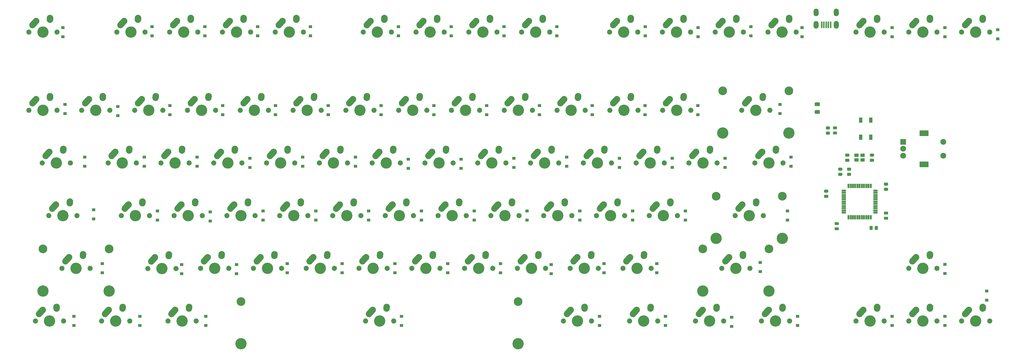
<source format=gbs>
G04 #@! TF.GenerationSoftware,KiCad,Pcbnew,(5.1.6)-1*
G04 #@! TF.CreationDate,2020-07-22T14:48:11-04:00*
G04 #@! TF.ProjectId,Edgedancer81,45646765-6461-46e6-9365-7238312e6b69,rev?*
G04 #@! TF.SameCoordinates,Original*
G04 #@! TF.FileFunction,Soldermask,Bot*
G04 #@! TF.FilePolarity,Negative*
%FSLAX46Y46*%
G04 Gerber Fmt 4.6, Leading zero omitted, Abs format (unit mm)*
G04 Created by KiCad (PCBNEW (5.1.6)-1) date 2020-07-22 14:48:11*
%MOMM*%
%LPD*%
G01*
G04 APERTURE LIST*
%ADD10O,1.800000X2.800000*%
%ADD11R,0.600000X2.350000*%
%ADD12C,1.850000*%
%ADD13C,2.350000*%
%ADD14C,4.087800*%
%ADD15C,3.148000*%
%ADD16R,1.200000X1.900000*%
%ADD17R,1.500000X1.300000*%
%ADD18R,0.650000X1.600000*%
%ADD19R,1.600000X0.650000*%
%ADD20R,2.100000X2.100000*%
%ADD21C,2.100000*%
%ADD22R,3.300000X2.100000*%
%ADD23R,1.300000X1.000000*%
G04 APERTURE END LIST*
D10*
X317025000Y-76993750D03*
X324325000Y-76993750D03*
X324325000Y-81493750D03*
X317025000Y-81493750D03*
D11*
X319075000Y-81493750D03*
X319875000Y-81493750D03*
X320675000Y-81493750D03*
X321475000Y-81493750D03*
X322275000Y-81493750D03*
D12*
X307498750Y-188595000D03*
X297338750Y-188595000D03*
D13*
X299918750Y-184595000D03*
D14*
X302418750Y-188595000D03*
G36*
G01*
X297824041Y-186929560D02*
X297824041Y-186929561D01*
G75*
G02*
X297734189Y-185270291I784709J874561D01*
G01*
X299044191Y-183810291D01*
G75*
G02*
X300703461Y-183720439I874561J-784709D01*
G01*
X300703461Y-183720439D01*
G75*
G02*
X300793313Y-185379709I-784709J-874561D01*
G01*
X299483311Y-186839709D01*
G75*
G02*
X297824041Y-186929561I-874561J784709D01*
G01*
G37*
D13*
X304958750Y-183515000D03*
G36*
G01*
X304837907Y-185267216D02*
X304837907Y-185267216D01*
G75*
G02*
X303746534Y-184014157I80843J1172216D01*
G01*
X303786534Y-183434157D01*
G75*
G02*
X305039593Y-182342784I1172216J-80843D01*
G01*
X305039593Y-182342784D01*
G75*
G02*
X306130966Y-183595843I-80843J-1172216D01*
G01*
X306090966Y-184175843D01*
G75*
G02*
X304837907Y-185267216I-1172216J80843D01*
G01*
G37*
D12*
X262255000Y-131445000D03*
X252095000Y-131445000D03*
D13*
X254675000Y-127445000D03*
D14*
X257175000Y-131445000D03*
G36*
G01*
X252580291Y-129779560D02*
X252580291Y-129779561D01*
G75*
G02*
X252490439Y-128120291I784709J874561D01*
G01*
X253800441Y-126660291D01*
G75*
G02*
X255459711Y-126570439I874561J-784709D01*
G01*
X255459711Y-126570439D01*
G75*
G02*
X255549563Y-128229709I-784709J-874561D01*
G01*
X254239561Y-129689709D01*
G75*
G02*
X252580291Y-129779561I-874561J784709D01*
G01*
G37*
D13*
X259715000Y-126365000D03*
G36*
G01*
X259594157Y-128117216D02*
X259594157Y-128117216D01*
G75*
G02*
X258502784Y-126864157I80843J1172216D01*
G01*
X258542784Y-126284157D01*
G75*
G02*
X259795843Y-125192784I1172216J-80843D01*
G01*
X259795843Y-125192784D01*
G75*
G02*
X260887216Y-126445843I-80843J-1172216D01*
G01*
X260847216Y-127025843D01*
G75*
G02*
X259594157Y-128117216I-1172216J80843D01*
G01*
G37*
D12*
X181292500Y-169545000D03*
X171132500Y-169545000D03*
D13*
X173712500Y-165545000D03*
D14*
X176212500Y-169545000D03*
G36*
G01*
X171617791Y-167879560D02*
X171617791Y-167879561D01*
G75*
G02*
X171527939Y-166220291I784709J874561D01*
G01*
X172837941Y-164760291D01*
G75*
G02*
X174497211Y-164670439I874561J-784709D01*
G01*
X174497211Y-164670439D01*
G75*
G02*
X174587063Y-166329709I-784709J-874561D01*
G01*
X173277061Y-167789709D01*
G75*
G02*
X171617791Y-167879561I-874561J784709D01*
G01*
G37*
D13*
X178752500Y-164465000D03*
G36*
G01*
X178631657Y-166217216D02*
X178631657Y-166217216D01*
G75*
G02*
X177540284Y-164964157I80843J1172216D01*
G01*
X177580284Y-164384157D01*
G75*
G02*
X178833343Y-163292784I1172216J-80843D01*
G01*
X178833343Y-163292784D01*
G75*
G02*
X179924716Y-164545843I-80843J-1172216D01*
G01*
X179884716Y-165125843D01*
G75*
G02*
X178631657Y-166217216I-1172216J80843D01*
G01*
G37*
D12*
X133667500Y-150495000D03*
X123507500Y-150495000D03*
D13*
X126087500Y-146495000D03*
D14*
X128587500Y-150495000D03*
G36*
G01*
X123992791Y-148829560D02*
X123992791Y-148829561D01*
G75*
G02*
X123902939Y-147170291I784709J874561D01*
G01*
X125212941Y-145710291D01*
G75*
G02*
X126872211Y-145620439I874561J-784709D01*
G01*
X126872211Y-145620439D01*
G75*
G02*
X126962063Y-147279709I-784709J-874561D01*
G01*
X125652061Y-148739709D01*
G75*
G02*
X123992791Y-148829561I-874561J784709D01*
G01*
G37*
D13*
X131127500Y-145415000D03*
G36*
G01*
X131006657Y-147167216D02*
X131006657Y-147167216D01*
G75*
G02*
X129915284Y-145914157I80843J1172216D01*
G01*
X129955284Y-145334157D01*
G75*
G02*
X131208343Y-144242784I1172216J-80843D01*
G01*
X131208343Y-144242784D01*
G75*
G02*
X132299716Y-145495843I-80843J-1172216D01*
G01*
X132259716Y-146075843D01*
G75*
G02*
X131006657Y-147167216I-1172216J80843D01*
G01*
G37*
D12*
X271780000Y-84137500D03*
X261620000Y-84137500D03*
D13*
X264200000Y-80137500D03*
D14*
X266700000Y-84137500D03*
G36*
G01*
X262105291Y-82472060D02*
X262105291Y-82472061D01*
G75*
G02*
X262015439Y-80812791I784709J874561D01*
G01*
X263325441Y-79352791D01*
G75*
G02*
X264984711Y-79262939I874561J-784709D01*
G01*
X264984711Y-79262939D01*
G75*
G02*
X265074563Y-80922209I-784709J-874561D01*
G01*
X263764561Y-82382209D01*
G75*
G02*
X262105291Y-82472061I-874561J784709D01*
G01*
G37*
D13*
X269240000Y-79057500D03*
G36*
G01*
X269119157Y-80809716D02*
X269119157Y-80809716D01*
G75*
G02*
X268027784Y-79556657I80843J1172216D01*
G01*
X268067784Y-78976657D01*
G75*
G02*
X269320843Y-77885284I1172216J-80843D01*
G01*
X269320843Y-77885284D01*
G75*
G02*
X270412216Y-79138343I-80843J-1172216D01*
G01*
X270372216Y-79718343D01*
G75*
G02*
X269119157Y-80809716I-1172216J80843D01*
G01*
G37*
D12*
X163830000Y-84137500D03*
X153670000Y-84137500D03*
D13*
X156250000Y-80137500D03*
D14*
X158750000Y-84137500D03*
G36*
G01*
X154155291Y-82472060D02*
X154155291Y-82472061D01*
G75*
G02*
X154065439Y-80812791I784709J874561D01*
G01*
X155375441Y-79352791D01*
G75*
G02*
X157034711Y-79262939I874561J-784709D01*
G01*
X157034711Y-79262939D01*
G75*
G02*
X157124563Y-80922209I-784709J-874561D01*
G01*
X155814561Y-82382209D01*
G75*
G02*
X154155291Y-82472061I-874561J784709D01*
G01*
G37*
D13*
X161290000Y-79057500D03*
G36*
G01*
X161169157Y-80809716D02*
X161169157Y-80809716D01*
G75*
G02*
X160077784Y-79556657I80843J1172216D01*
G01*
X160117784Y-78976657D01*
G75*
G02*
X161370843Y-77885284I1172216J-80843D01*
G01*
X161370843Y-77885284D01*
G75*
G02*
X162462216Y-79138343I-80843J-1172216D01*
G01*
X162422216Y-79718343D01*
G75*
G02*
X161169157Y-80809716I-1172216J80843D01*
G01*
G37*
D12*
X124142500Y-169545000D03*
X113982500Y-169545000D03*
D13*
X116562500Y-165545000D03*
D14*
X119062500Y-169545000D03*
G36*
G01*
X114467791Y-167879560D02*
X114467791Y-167879561D01*
G75*
G02*
X114377939Y-166220291I784709J874561D01*
G01*
X115687941Y-164760291D01*
G75*
G02*
X117347211Y-164670439I874561J-784709D01*
G01*
X117347211Y-164670439D01*
G75*
G02*
X117437063Y-166329709I-784709J-874561D01*
G01*
X116127061Y-167789709D01*
G75*
G02*
X114467791Y-167879561I-874561J784709D01*
G01*
G37*
D13*
X121602500Y-164465000D03*
G36*
G01*
X121481657Y-166217216D02*
X121481657Y-166217216D01*
G75*
G02*
X120390284Y-164964157I80843J1172216D01*
G01*
X120430284Y-164384157D01*
G75*
G02*
X121683343Y-163292784I1172216J-80843D01*
G01*
X121683343Y-163292784D01*
G75*
G02*
X122774716Y-164545843I-80843J-1172216D01*
G01*
X122734716Y-165125843D01*
G75*
G02*
X121481657Y-166217216I-1172216J80843D01*
G01*
G37*
D12*
X45561250Y-188595000D03*
X35401250Y-188595000D03*
D13*
X37981250Y-184595000D03*
D14*
X40481250Y-188595000D03*
G36*
G01*
X35886541Y-186929560D02*
X35886541Y-186929561D01*
G75*
G02*
X35796689Y-185270291I784709J874561D01*
G01*
X37106691Y-183810291D01*
G75*
G02*
X38765961Y-183720439I874561J-784709D01*
G01*
X38765961Y-183720439D01*
G75*
G02*
X38855813Y-185379709I-784709J-874561D01*
G01*
X37545811Y-186839709D01*
G75*
G02*
X35886541Y-186929561I-874561J784709D01*
G01*
G37*
D13*
X43021250Y-183515000D03*
G36*
G01*
X42900407Y-185267216D02*
X42900407Y-185267216D01*
G75*
G02*
X41809034Y-184014157I80843J1172216D01*
G01*
X41849034Y-183434157D01*
G75*
G02*
X43102093Y-182342784I1172216J-80843D01*
G01*
X43102093Y-182342784D01*
G75*
G02*
X44193466Y-183595843I-80843J-1172216D01*
G01*
X44153466Y-184175843D01*
G75*
G02*
X42900407Y-185267216I-1172216J80843D01*
G01*
G37*
D12*
X69373750Y-188595000D03*
X59213750Y-188595000D03*
D13*
X61793750Y-184595000D03*
D14*
X64293750Y-188595000D03*
G36*
G01*
X59699041Y-186929560D02*
X59699041Y-186929561D01*
G75*
G02*
X59609189Y-185270291I784709J874561D01*
G01*
X60919191Y-183810291D01*
G75*
G02*
X62578461Y-183720439I874561J-784709D01*
G01*
X62578461Y-183720439D01*
G75*
G02*
X62668313Y-185379709I-784709J-874561D01*
G01*
X61358311Y-186839709D01*
G75*
G02*
X59699041Y-186929561I-874561J784709D01*
G01*
G37*
D13*
X66833750Y-183515000D03*
G36*
G01*
X66712907Y-185267216D02*
X66712907Y-185267216D01*
G75*
G02*
X65621534Y-184014157I80843J1172216D01*
G01*
X65661534Y-183434157D01*
G75*
G02*
X66914593Y-182342784I1172216J-80843D01*
G01*
X66914593Y-182342784D01*
G75*
G02*
X68005966Y-183595843I-80843J-1172216D01*
G01*
X67965966Y-184175843D01*
G75*
G02*
X66712907Y-185267216I-1172216J80843D01*
G01*
G37*
D12*
X93345000Y-188595000D03*
X83185000Y-188595000D03*
D13*
X85765000Y-184595000D03*
D14*
X88265000Y-188595000D03*
G36*
G01*
X83670291Y-186929560D02*
X83670291Y-186929561D01*
G75*
G02*
X83580439Y-185270291I784709J874561D01*
G01*
X84890441Y-183810291D01*
G75*
G02*
X86549711Y-183720439I874561J-784709D01*
G01*
X86549711Y-183720439D01*
G75*
G02*
X86639563Y-185379709I-784709J-874561D01*
G01*
X85329561Y-186839709D01*
G75*
G02*
X83670291Y-186929561I-874561J784709D01*
G01*
G37*
D13*
X90805000Y-183515000D03*
G36*
G01*
X90684157Y-185267216D02*
X90684157Y-185267216D01*
G75*
G02*
X89592784Y-184014157I80843J1172216D01*
G01*
X89632784Y-183434157D01*
G75*
G02*
X90885843Y-182342784I1172216J-80843D01*
G01*
X90885843Y-182342784D01*
G75*
G02*
X91977216Y-183595843I-80843J-1172216D01*
G01*
X91937216Y-184175843D01*
G75*
G02*
X90684157Y-185267216I-1172216J80843D01*
G01*
G37*
D14*
X209543650Y-196850000D03*
X109543850Y-196850000D03*
D15*
X209543650Y-181610000D03*
X109543850Y-181610000D03*
D12*
X164623750Y-188595000D03*
X154463750Y-188595000D03*
D13*
X157043750Y-184595000D03*
D14*
X159543750Y-188595000D03*
G36*
G01*
X154949041Y-186929560D02*
X154949041Y-186929561D01*
G75*
G02*
X154859189Y-185270291I784709J874561D01*
G01*
X156169191Y-183810291D01*
G75*
G02*
X157828461Y-183720439I874561J-784709D01*
G01*
X157828461Y-183720439D01*
G75*
G02*
X157918313Y-185379709I-784709J-874561D01*
G01*
X156608311Y-186839709D01*
G75*
G02*
X154949041Y-186929561I-874561J784709D01*
G01*
G37*
D13*
X162083750Y-183515000D03*
G36*
G01*
X161962907Y-185267216D02*
X161962907Y-185267216D01*
G75*
G02*
X160871534Y-184014157I80843J1172216D01*
G01*
X160911534Y-183434157D01*
G75*
G02*
X162164593Y-182342784I1172216J-80843D01*
G01*
X162164593Y-182342784D01*
G75*
G02*
X163255966Y-183595843I-80843J-1172216D01*
G01*
X163215966Y-184175843D01*
G75*
G02*
X161962907Y-185267216I-1172216J80843D01*
G01*
G37*
D12*
X47942500Y-131445000D03*
X37782500Y-131445000D03*
D13*
X40362500Y-127445000D03*
D14*
X42862500Y-131445000D03*
G36*
G01*
X38267791Y-129779560D02*
X38267791Y-129779561D01*
G75*
G02*
X38177939Y-128120291I784709J874561D01*
G01*
X39487941Y-126660291D01*
G75*
G02*
X41147211Y-126570439I874561J-784709D01*
G01*
X41147211Y-126570439D01*
G75*
G02*
X41237063Y-128229709I-784709J-874561D01*
G01*
X39927061Y-129689709D01*
G75*
G02*
X38267791Y-129779561I-874561J784709D01*
G01*
G37*
D13*
X45402500Y-126365000D03*
G36*
G01*
X45281657Y-128117216D02*
X45281657Y-128117216D01*
G75*
G02*
X44190284Y-126864157I80843J1172216D01*
G01*
X44230284Y-126284157D01*
G75*
G02*
X45483343Y-125192784I1172216J-80843D01*
G01*
X45483343Y-125192784D01*
G75*
G02*
X46574716Y-126445843I-80843J-1172216D01*
G01*
X46534716Y-127025843D01*
G75*
G02*
X45281657Y-128117216I-1172216J80843D01*
G01*
G37*
D12*
X305117500Y-131445000D03*
X294957500Y-131445000D03*
D13*
X297537500Y-127445000D03*
D14*
X300037500Y-131445000D03*
G36*
G01*
X295442791Y-129779560D02*
X295442791Y-129779561D01*
G75*
G02*
X295352939Y-128120291I784709J874561D01*
G01*
X296662941Y-126660291D01*
G75*
G02*
X298322211Y-126570439I874561J-784709D01*
G01*
X298322211Y-126570439D01*
G75*
G02*
X298412063Y-128229709I-784709J-874561D01*
G01*
X297102061Y-129689709D01*
G75*
G02*
X295442791Y-129779561I-874561J784709D01*
G01*
G37*
D13*
X302577500Y-126365000D03*
G36*
G01*
X302456657Y-128117216D02*
X302456657Y-128117216D01*
G75*
G02*
X301365284Y-126864157I80843J1172216D01*
G01*
X301405284Y-126284157D01*
G75*
G02*
X302658343Y-125192784I1172216J-80843D01*
G01*
X302658343Y-125192784D01*
G75*
G02*
X303749716Y-126445843I-80843J-1172216D01*
G01*
X303709716Y-127025843D01*
G75*
G02*
X302456657Y-128117216I-1172216J80843D01*
G01*
G37*
D12*
X236061250Y-188595000D03*
X225901250Y-188595000D03*
D13*
X228481250Y-184595000D03*
D14*
X230981250Y-188595000D03*
G36*
G01*
X226386541Y-186929560D02*
X226386541Y-186929561D01*
G75*
G02*
X226296689Y-185270291I784709J874561D01*
G01*
X227606691Y-183810291D01*
G75*
G02*
X229265961Y-183720439I874561J-784709D01*
G01*
X229265961Y-183720439D01*
G75*
G02*
X229355813Y-185379709I-784709J-874561D01*
G01*
X228045811Y-186839709D01*
G75*
G02*
X226386541Y-186929561I-874561J784709D01*
G01*
G37*
D13*
X233521250Y-183515000D03*
G36*
G01*
X233400407Y-185267216D02*
X233400407Y-185267216D01*
G75*
G02*
X232309034Y-184014157I80843J1172216D01*
G01*
X232349034Y-183434157D01*
G75*
G02*
X233602093Y-182342784I1172216J-80843D01*
G01*
X233602093Y-182342784D01*
G75*
G02*
X234693466Y-183595843I-80843J-1172216D01*
G01*
X234653466Y-184175843D01*
G75*
G02*
X233400407Y-185267216I-1172216J80843D01*
G01*
G37*
D12*
X259873750Y-188595000D03*
X249713750Y-188595000D03*
D13*
X252293750Y-184595000D03*
D14*
X254793750Y-188595000D03*
G36*
G01*
X250199041Y-186929560D02*
X250199041Y-186929561D01*
G75*
G02*
X250109189Y-185270291I784709J874561D01*
G01*
X251419191Y-183810291D01*
G75*
G02*
X253078461Y-183720439I874561J-784709D01*
G01*
X253078461Y-183720439D01*
G75*
G02*
X253168313Y-185379709I-784709J-874561D01*
G01*
X251858311Y-186839709D01*
G75*
G02*
X250199041Y-186929561I-874561J784709D01*
G01*
G37*
D13*
X257333750Y-183515000D03*
G36*
G01*
X257212907Y-185267216D02*
X257212907Y-185267216D01*
G75*
G02*
X256121534Y-184014157I80843J1172216D01*
G01*
X256161534Y-183434157D01*
G75*
G02*
X257414593Y-182342784I1172216J-80843D01*
G01*
X257414593Y-182342784D01*
G75*
G02*
X258505966Y-183595843I-80843J-1172216D01*
G01*
X258465966Y-184175843D01*
G75*
G02*
X257212907Y-185267216I-1172216J80843D01*
G01*
G37*
D12*
X283686250Y-188595000D03*
X273526250Y-188595000D03*
D13*
X276106250Y-184595000D03*
D14*
X278606250Y-188595000D03*
G36*
G01*
X274011541Y-186929560D02*
X274011541Y-186929561D01*
G75*
G02*
X273921689Y-185270291I784709J874561D01*
G01*
X275231691Y-183810291D01*
G75*
G02*
X276890961Y-183720439I874561J-784709D01*
G01*
X276890961Y-183720439D01*
G75*
G02*
X276980813Y-185379709I-784709J-874561D01*
G01*
X275670811Y-186839709D01*
G75*
G02*
X274011541Y-186929561I-874561J784709D01*
G01*
G37*
D13*
X281146250Y-183515000D03*
G36*
G01*
X281025407Y-185267216D02*
X281025407Y-185267216D01*
G75*
G02*
X279934034Y-184014157I80843J1172216D01*
G01*
X279974034Y-183434157D01*
G75*
G02*
X281227093Y-182342784I1172216J-80843D01*
G01*
X281227093Y-182342784D01*
G75*
G02*
X282318466Y-183595843I-80843J-1172216D01*
G01*
X282278466Y-184175843D01*
G75*
G02*
X281025407Y-185267216I-1172216J80843D01*
G01*
G37*
D14*
X307213000Y-120650000D03*
X283337000Y-120650000D03*
D15*
X307213000Y-105410000D03*
X283337000Y-105410000D03*
D12*
X300355000Y-112395000D03*
X290195000Y-112395000D03*
D13*
X292775000Y-108395000D03*
D14*
X295275000Y-112395000D03*
G36*
G01*
X290680291Y-110729560D02*
X290680291Y-110729561D01*
G75*
G02*
X290590439Y-109070291I784709J874561D01*
G01*
X291900441Y-107610291D01*
G75*
G02*
X293559711Y-107520439I874561J-784709D01*
G01*
X293559711Y-107520439D01*
G75*
G02*
X293649563Y-109179709I-784709J-874561D01*
G01*
X292339561Y-110639709D01*
G75*
G02*
X290680291Y-110729561I-874561J784709D01*
G01*
G37*
D13*
X297815000Y-107315000D03*
G36*
G01*
X297694157Y-109067216D02*
X297694157Y-109067216D01*
G75*
G02*
X296602784Y-107814157I80843J1172216D01*
G01*
X296642784Y-107234157D01*
G75*
G02*
X297895843Y-106142784I1172216J-80843D01*
G01*
X297895843Y-106142784D01*
G75*
G02*
X298987216Y-107395843I-80843J-1172216D01*
G01*
X298947216Y-107975843D01*
G75*
G02*
X297694157Y-109067216I-1172216J80843D01*
G01*
G37*
D14*
X304831750Y-158750000D03*
X280955750Y-158750000D03*
D15*
X304831750Y-143510000D03*
X280955750Y-143510000D03*
D12*
X297973750Y-150495000D03*
X287813750Y-150495000D03*
D13*
X290393750Y-146495000D03*
D14*
X292893750Y-150495000D03*
G36*
G01*
X288299041Y-148829560D02*
X288299041Y-148829561D01*
G75*
G02*
X288209189Y-147170291I784709J874561D01*
G01*
X289519191Y-145710291D01*
G75*
G02*
X291178461Y-145620439I874561J-784709D01*
G01*
X291178461Y-145620439D01*
G75*
G02*
X291268313Y-147279709I-784709J-874561D01*
G01*
X289958311Y-148739709D01*
G75*
G02*
X288299041Y-148829561I-874561J784709D01*
G01*
G37*
D13*
X295433750Y-145415000D03*
G36*
G01*
X295312907Y-147167216D02*
X295312907Y-147167216D01*
G75*
G02*
X294221534Y-145914157I80843J1172216D01*
G01*
X294261534Y-145334157D01*
G75*
G02*
X295514593Y-144242784I1172216J-80843D01*
G01*
X295514593Y-144242784D01*
G75*
G02*
X296605966Y-145495843I-80843J-1172216D01*
G01*
X296565966Y-146075843D01*
G75*
G02*
X295312907Y-147167216I-1172216J80843D01*
G01*
G37*
D14*
X300069250Y-177800000D03*
X276193250Y-177800000D03*
D15*
X300069250Y-162560000D03*
X276193250Y-162560000D03*
D12*
X293211250Y-169545000D03*
X283051250Y-169545000D03*
D13*
X285631250Y-165545000D03*
D14*
X288131250Y-169545000D03*
G36*
G01*
X283536541Y-167879560D02*
X283536541Y-167879561D01*
G75*
G02*
X283446689Y-166220291I784709J874561D01*
G01*
X284756691Y-164760291D01*
G75*
G02*
X286415961Y-164670439I874561J-784709D01*
G01*
X286415961Y-164670439D01*
G75*
G02*
X286505813Y-166329709I-784709J-874561D01*
G01*
X285195811Y-167789709D01*
G75*
G02*
X283536541Y-167879561I-874561J784709D01*
G01*
G37*
D13*
X290671250Y-164465000D03*
G36*
G01*
X290550407Y-166217216D02*
X290550407Y-166217216D01*
G75*
G02*
X289459034Y-164964157I80843J1172216D01*
G01*
X289499034Y-164384157D01*
G75*
G02*
X290752093Y-163292784I1172216J-80843D01*
G01*
X290752093Y-163292784D01*
G75*
G02*
X291843466Y-164545843I-80843J-1172216D01*
G01*
X291803466Y-165125843D01*
G75*
G02*
X290550407Y-166217216I-1172216J80843D01*
G01*
G37*
D14*
X61944250Y-177800000D03*
X38068250Y-177800000D03*
D15*
X61944250Y-162560000D03*
X38068250Y-162560000D03*
D12*
X55086250Y-169545000D03*
X44926250Y-169545000D03*
D13*
X47506250Y-165545000D03*
D14*
X50006250Y-169545000D03*
G36*
G01*
X45411541Y-167879560D02*
X45411541Y-167879561D01*
G75*
G02*
X45321689Y-166220291I784709J874561D01*
G01*
X46631691Y-164760291D01*
G75*
G02*
X48290961Y-164670439I874561J-784709D01*
G01*
X48290961Y-164670439D01*
G75*
G02*
X48380813Y-166329709I-784709J-874561D01*
G01*
X47070811Y-167789709D01*
G75*
G02*
X45411541Y-167879561I-874561J784709D01*
G01*
G37*
D13*
X52546250Y-164465000D03*
G36*
G01*
X52425407Y-166217216D02*
X52425407Y-166217216D01*
G75*
G02*
X51334034Y-164964157I80843J1172216D01*
G01*
X51374034Y-164384157D01*
G75*
G02*
X52627093Y-163292784I1172216J-80843D01*
G01*
X52627093Y-163292784D01*
G75*
G02*
X53718466Y-164545843I-80843J-1172216D01*
G01*
X53678466Y-165125843D01*
G75*
G02*
X52425407Y-166217216I-1172216J80843D01*
G01*
G37*
D12*
X50323750Y-150495000D03*
X40163750Y-150495000D03*
D13*
X42743750Y-146495000D03*
D14*
X45243750Y-150495000D03*
G36*
G01*
X40649041Y-148829560D02*
X40649041Y-148829561D01*
G75*
G02*
X40559189Y-147170291I784709J874561D01*
G01*
X41869191Y-145710291D01*
G75*
G02*
X43528461Y-145620439I874561J-784709D01*
G01*
X43528461Y-145620439D01*
G75*
G02*
X43618313Y-147279709I-784709J-874561D01*
G01*
X42308311Y-148739709D01*
G75*
G02*
X40649041Y-148829561I-874561J784709D01*
G01*
G37*
D13*
X47783750Y-145415000D03*
G36*
G01*
X47662907Y-147167216D02*
X47662907Y-147167216D01*
G75*
G02*
X46571534Y-145914157I80843J1172216D01*
G01*
X46611534Y-145334157D01*
G75*
G02*
X47864593Y-144242784I1172216J-80843D01*
G01*
X47864593Y-144242784D01*
G75*
G02*
X48955966Y-145495843I-80843J-1172216D01*
G01*
X48915966Y-146075843D01*
G75*
G02*
X47662907Y-147167216I-1172216J80843D01*
G01*
G37*
D12*
X201930000Y-84137500D03*
X191770000Y-84137500D03*
D13*
X194350000Y-80137500D03*
D14*
X196850000Y-84137500D03*
G36*
G01*
X192255291Y-82472060D02*
X192255291Y-82472061D01*
G75*
G02*
X192165439Y-80812791I784709J874561D01*
G01*
X193475441Y-79352791D01*
G75*
G02*
X195134711Y-79262939I874561J-784709D01*
G01*
X195134711Y-79262939D01*
G75*
G02*
X195224563Y-80922209I-784709J-874561D01*
G01*
X193914561Y-82382209D01*
G75*
G02*
X192255291Y-82472061I-874561J784709D01*
G01*
G37*
D13*
X199390000Y-79057500D03*
G36*
G01*
X199269157Y-80809716D02*
X199269157Y-80809716D01*
G75*
G02*
X198177784Y-79556657I80843J1172216D01*
G01*
X198217784Y-78976657D01*
G75*
G02*
X199470843Y-77885284I1172216J-80843D01*
G01*
X199470843Y-77885284D01*
G75*
G02*
X200562216Y-79138343I-80843J-1172216D01*
G01*
X200522216Y-79718343D01*
G75*
G02*
X199269157Y-80809716I-1172216J80843D01*
G01*
G37*
D16*
X333112500Y-122162500D03*
X336812500Y-115962500D03*
X336812500Y-122162500D03*
X333112500Y-115962500D03*
D17*
X333840000Y-128690000D03*
X331640000Y-128690000D03*
X331640000Y-130390000D03*
X333840000Y-130390000D03*
D18*
X328740000Y-151115000D03*
X329540000Y-151115000D03*
X330340000Y-151115000D03*
X331140000Y-151115000D03*
X331940000Y-151115000D03*
X332740000Y-151115000D03*
X333540000Y-151115000D03*
X334340000Y-151115000D03*
X335140000Y-151115000D03*
X335940000Y-151115000D03*
X336740000Y-151115000D03*
D19*
X338440000Y-149415000D03*
X338440000Y-148615000D03*
X338440000Y-147815000D03*
X338440000Y-147015000D03*
X338440000Y-146215000D03*
X338440000Y-145415000D03*
X338440000Y-144615000D03*
X338440000Y-143815000D03*
X338440000Y-143015000D03*
X338440000Y-142215000D03*
X338440000Y-141415000D03*
D18*
X336740000Y-139715000D03*
X335940000Y-139715000D03*
X335140000Y-139715000D03*
X334340000Y-139715000D03*
X333540000Y-139715000D03*
X332740000Y-139715000D03*
X331940000Y-139715000D03*
X331140000Y-139715000D03*
X330340000Y-139715000D03*
X329540000Y-139715000D03*
X328740000Y-139715000D03*
D19*
X327040000Y-141415000D03*
X327040000Y-142215000D03*
X327040000Y-143015000D03*
X327040000Y-143815000D03*
X327040000Y-144615000D03*
X327040000Y-145415000D03*
X327040000Y-146215000D03*
X327040000Y-147015000D03*
X327040000Y-147815000D03*
X327040000Y-148615000D03*
X327040000Y-149415000D03*
D20*
X348456250Y-123825000D03*
D21*
X348456250Y-126325000D03*
X348456250Y-128825000D03*
D22*
X355956250Y-120725000D03*
X355956250Y-131925000D03*
D21*
X362956250Y-123825000D03*
X362956250Y-128825000D03*
G36*
G01*
X342746250Y-150095000D02*
X341783750Y-150095000D01*
G75*
G02*
X341515000Y-149826250I0J268750D01*
G01*
X341515000Y-149288750D01*
G75*
G02*
X341783750Y-149020000I268750J0D01*
G01*
X342746250Y-149020000D01*
G75*
G02*
X343015000Y-149288750I0J-268750D01*
G01*
X343015000Y-149826250D01*
G75*
G02*
X342746250Y-150095000I-268750J0D01*
G01*
G37*
G36*
G01*
X342746250Y-151970000D02*
X341783750Y-151970000D01*
G75*
G02*
X341515000Y-151701250I0J268750D01*
G01*
X341515000Y-151163750D01*
G75*
G02*
X341783750Y-150895000I268750J0D01*
G01*
X342746250Y-150895000D01*
G75*
G02*
X343015000Y-151163750I0J-268750D01*
G01*
X343015000Y-151701250D01*
G75*
G02*
X342746250Y-151970000I-268750J0D01*
G01*
G37*
G36*
G01*
X325273750Y-135020000D02*
X326236250Y-135020000D01*
G75*
G02*
X326505000Y-135288750I0J-268750D01*
G01*
X326505000Y-135826250D01*
G75*
G02*
X326236250Y-136095000I-268750J0D01*
G01*
X325273750Y-136095000D01*
G75*
G02*
X325005000Y-135826250I0J268750D01*
G01*
X325005000Y-135288750D01*
G75*
G02*
X325273750Y-135020000I268750J0D01*
G01*
G37*
G36*
G01*
X325273750Y-133145000D02*
X326236250Y-133145000D01*
G75*
G02*
X326505000Y-133413750I0J-268750D01*
G01*
X326505000Y-133951250D01*
G75*
G02*
X326236250Y-134220000I-268750J0D01*
G01*
X325273750Y-134220000D01*
G75*
G02*
X325005000Y-133951250I0J268750D01*
G01*
X325005000Y-133413750D01*
G75*
G02*
X325273750Y-133145000I268750J0D01*
G01*
G37*
G36*
G01*
X323368750Y-120082500D02*
X324331250Y-120082500D01*
G75*
G02*
X324600000Y-120351250I0J-268750D01*
G01*
X324600000Y-120888750D01*
G75*
G02*
X324331250Y-121157500I-268750J0D01*
G01*
X323368750Y-121157500D01*
G75*
G02*
X323100000Y-120888750I0J268750D01*
G01*
X323100000Y-120351250D01*
G75*
G02*
X323368750Y-120082500I268750J0D01*
G01*
G37*
G36*
G01*
X323368750Y-118207500D02*
X324331250Y-118207500D01*
G75*
G02*
X324600000Y-118476250I0J-268750D01*
G01*
X324600000Y-119013750D01*
G75*
G02*
X324331250Y-119282500I-268750J0D01*
G01*
X323368750Y-119282500D01*
G75*
G02*
X323100000Y-119013750I0J268750D01*
G01*
X323100000Y-118476250D01*
G75*
G02*
X323368750Y-118207500I268750J0D01*
G01*
G37*
G36*
G01*
X320828750Y-120112500D02*
X321791250Y-120112500D01*
G75*
G02*
X322060000Y-120381250I0J-268750D01*
G01*
X322060000Y-120918750D01*
G75*
G02*
X321791250Y-121187500I-268750J0D01*
G01*
X320828750Y-121187500D01*
G75*
G02*
X320560000Y-120918750I0J268750D01*
G01*
X320560000Y-120381250D01*
G75*
G02*
X320828750Y-120112500I268750J0D01*
G01*
G37*
G36*
G01*
X320828750Y-118237500D02*
X321791250Y-118237500D01*
G75*
G02*
X322060000Y-118506250I0J-268750D01*
G01*
X322060000Y-119043750D01*
G75*
G02*
X321791250Y-119312500I-268750J0D01*
G01*
X320828750Y-119312500D01*
G75*
G02*
X320560000Y-119043750I0J268750D01*
G01*
X320560000Y-118506250D01*
G75*
G02*
X320828750Y-118237500I268750J0D01*
G01*
G37*
D12*
X43180000Y-112395000D03*
X33020000Y-112395000D03*
D13*
X35600000Y-108395000D03*
D14*
X38100000Y-112395000D03*
G36*
G01*
X33505291Y-110729560D02*
X33505291Y-110729561D01*
G75*
G02*
X33415439Y-109070291I784709J874561D01*
G01*
X34725441Y-107610291D01*
G75*
G02*
X36384711Y-107520439I874561J-784709D01*
G01*
X36384711Y-107520439D01*
G75*
G02*
X36474563Y-109179709I-784709J-874561D01*
G01*
X35164561Y-110639709D01*
G75*
G02*
X33505291Y-110729561I-874561J784709D01*
G01*
G37*
D13*
X40640000Y-107315000D03*
G36*
G01*
X40519157Y-109067216D02*
X40519157Y-109067216D01*
G75*
G02*
X39427784Y-107814157I80843J1172216D01*
G01*
X39467784Y-107234157D01*
G75*
G02*
X40720843Y-106142784I1172216J-80843D01*
G01*
X40720843Y-106142784D01*
G75*
G02*
X41812216Y-107395843I-80843J-1172216D01*
G01*
X41772216Y-107975843D01*
G75*
G02*
X40519157Y-109067216I-1172216J80843D01*
G01*
G37*
D12*
X86042500Y-169608500D03*
X75882500Y-169608500D03*
D13*
X78462500Y-165608500D03*
D14*
X80962500Y-169608500D03*
G36*
G01*
X76367791Y-167943060D02*
X76367791Y-167943061D01*
G75*
G02*
X76277939Y-166283791I784709J874561D01*
G01*
X77587941Y-164823791D01*
G75*
G02*
X79247211Y-164733939I874561J-784709D01*
G01*
X79247211Y-164733939D01*
G75*
G02*
X79337063Y-166393209I-784709J-874561D01*
G01*
X78027061Y-167853209D01*
G75*
G02*
X76367791Y-167943061I-874561J784709D01*
G01*
G37*
D13*
X83502500Y-164528500D03*
G36*
G01*
X83381657Y-166280716D02*
X83381657Y-166280716D01*
G75*
G02*
X82290284Y-165027657I80843J1172216D01*
G01*
X82330284Y-164447657D01*
G75*
G02*
X83583343Y-163356284I1172216J-80843D01*
G01*
X83583343Y-163356284D01*
G75*
G02*
X84674716Y-164609343I-80843J-1172216D01*
G01*
X84634716Y-165189343D01*
G75*
G02*
X83381657Y-166280716I-1172216J80843D01*
G01*
G37*
D12*
X167005000Y-131445000D03*
X156845000Y-131445000D03*
D13*
X159425000Y-127445000D03*
D14*
X161925000Y-131445000D03*
G36*
G01*
X157330291Y-129779560D02*
X157330291Y-129779561D01*
G75*
G02*
X157240439Y-128120291I784709J874561D01*
G01*
X158550441Y-126660291D01*
G75*
G02*
X160209711Y-126570439I874561J-784709D01*
G01*
X160209711Y-126570439D01*
G75*
G02*
X160299563Y-128229709I-784709J-874561D01*
G01*
X158989561Y-129689709D01*
G75*
G02*
X157330291Y-129779561I-874561J784709D01*
G01*
G37*
D13*
X164465000Y-126365000D03*
G36*
G01*
X164344157Y-128117216D02*
X164344157Y-128117216D01*
G75*
G02*
X163252784Y-126864157I80843J1172216D01*
G01*
X163292784Y-126284157D01*
G75*
G02*
X164545843Y-125192784I1172216J-80843D01*
G01*
X164545843Y-125192784D01*
G75*
G02*
X165637216Y-126445843I-80843J-1172216D01*
G01*
X165597216Y-127025843D01*
G75*
G02*
X164344157Y-128117216I-1172216J80843D01*
G01*
G37*
D12*
X105092500Y-169545000D03*
X94932500Y-169545000D03*
D13*
X97512500Y-165545000D03*
D14*
X100012500Y-169545000D03*
G36*
G01*
X95417791Y-167879560D02*
X95417791Y-167879561D01*
G75*
G02*
X95327939Y-166220291I784709J874561D01*
G01*
X96637941Y-164760291D01*
G75*
G02*
X98297211Y-164670439I874561J-784709D01*
G01*
X98297211Y-164670439D01*
G75*
G02*
X98387063Y-166329709I-784709J-874561D01*
G01*
X97077061Y-167789709D01*
G75*
G02*
X95417791Y-167879561I-874561J784709D01*
G01*
G37*
D13*
X102552500Y-164465000D03*
G36*
G01*
X102431657Y-166217216D02*
X102431657Y-166217216D01*
G75*
G02*
X101340284Y-164964157I80843J1172216D01*
G01*
X101380284Y-164384157D01*
G75*
G02*
X102633343Y-163292784I1172216J-80843D01*
G01*
X102633343Y-163292784D01*
G75*
G02*
X103724716Y-164545843I-80843J-1172216D01*
G01*
X103684716Y-165125843D01*
G75*
G02*
X102431657Y-166217216I-1172216J80843D01*
G01*
G37*
D12*
X90805000Y-131445000D03*
X80645000Y-131445000D03*
D13*
X83225000Y-127445000D03*
D14*
X85725000Y-131445000D03*
G36*
G01*
X81130291Y-129779560D02*
X81130291Y-129779561D01*
G75*
G02*
X81040439Y-128120291I784709J874561D01*
G01*
X82350441Y-126660291D01*
G75*
G02*
X84009711Y-126570439I874561J-784709D01*
G01*
X84009711Y-126570439D01*
G75*
G02*
X84099563Y-128229709I-784709J-874561D01*
G01*
X82789561Y-129689709D01*
G75*
G02*
X81130291Y-129779561I-874561J784709D01*
G01*
G37*
D13*
X88265000Y-126365000D03*
G36*
G01*
X88144157Y-128117216D02*
X88144157Y-128117216D01*
G75*
G02*
X87052784Y-126864157I80843J1172216D01*
G01*
X87092784Y-126284157D01*
G75*
G02*
X88345843Y-125192784I1172216J-80843D01*
G01*
X88345843Y-125192784D01*
G75*
G02*
X89437216Y-126445843I-80843J-1172216D01*
G01*
X89397216Y-127025843D01*
G75*
G02*
X88144157Y-128117216I-1172216J80843D01*
G01*
G37*
D12*
X143192500Y-169545000D03*
X133032500Y-169545000D03*
D13*
X135612500Y-165545000D03*
D14*
X138112500Y-169545000D03*
G36*
G01*
X133517791Y-167879560D02*
X133517791Y-167879561D01*
G75*
G02*
X133427939Y-166220291I784709J874561D01*
G01*
X134737941Y-164760291D01*
G75*
G02*
X136397211Y-164670439I874561J-784709D01*
G01*
X136397211Y-164670439D01*
G75*
G02*
X136487063Y-166329709I-784709J-874561D01*
G01*
X135177061Y-167789709D01*
G75*
G02*
X133517791Y-167879561I-874561J784709D01*
G01*
G37*
D13*
X140652500Y-164465000D03*
G36*
G01*
X140531657Y-166217216D02*
X140531657Y-166217216D01*
G75*
G02*
X139440284Y-164964157I80843J1172216D01*
G01*
X139480284Y-164384157D01*
G75*
G02*
X140733343Y-163292784I1172216J-80843D01*
G01*
X140733343Y-163292784D01*
G75*
G02*
X141824716Y-164545843I-80843J-1172216D01*
G01*
X141784716Y-165125843D01*
G75*
G02*
X140531657Y-166217216I-1172216J80843D01*
G01*
G37*
D12*
X360680000Y-169545000D03*
X350520000Y-169545000D03*
D13*
X353100000Y-165545000D03*
D14*
X355600000Y-169545000D03*
G36*
G01*
X351005291Y-167879560D02*
X351005291Y-167879561D01*
G75*
G02*
X350915439Y-166220291I784709J874561D01*
G01*
X352225441Y-164760291D01*
G75*
G02*
X353884711Y-164670439I874561J-784709D01*
G01*
X353884711Y-164670439D01*
G75*
G02*
X353974563Y-166329709I-784709J-874561D01*
G01*
X352664561Y-167789709D01*
G75*
G02*
X351005291Y-167879561I-874561J784709D01*
G01*
G37*
D13*
X358140000Y-164465000D03*
G36*
G01*
X358019157Y-166217216D02*
X358019157Y-166217216D01*
G75*
G02*
X356927784Y-164964157I80843J1172216D01*
G01*
X356967784Y-164384157D01*
G75*
G02*
X358220843Y-163292784I1172216J-80843D01*
G01*
X358220843Y-163292784D01*
G75*
G02*
X359312216Y-164545843I-80843J-1172216D01*
G01*
X359272216Y-165125843D01*
G75*
G02*
X358019157Y-166217216I-1172216J80843D01*
G01*
G37*
D12*
X186055000Y-131445000D03*
X175895000Y-131445000D03*
D13*
X178475000Y-127445000D03*
D14*
X180975000Y-131445000D03*
G36*
G01*
X176380291Y-129779560D02*
X176380291Y-129779561D01*
G75*
G02*
X176290439Y-128120291I784709J874561D01*
G01*
X177600441Y-126660291D01*
G75*
G02*
X179259711Y-126570439I874561J-784709D01*
G01*
X179259711Y-126570439D01*
G75*
G02*
X179349563Y-128229709I-784709J-874561D01*
G01*
X178039561Y-129689709D01*
G75*
G02*
X176380291Y-129779561I-874561J784709D01*
G01*
G37*
D13*
X183515000Y-126365000D03*
G36*
G01*
X183394157Y-128117216D02*
X183394157Y-128117216D01*
G75*
G02*
X182302784Y-126864157I80843J1172216D01*
G01*
X182342784Y-126284157D01*
G75*
G02*
X183595843Y-125192784I1172216J-80843D01*
G01*
X183595843Y-125192784D01*
G75*
G02*
X184687216Y-126445843I-80843J-1172216D01*
G01*
X184647216Y-127025843D01*
G75*
G02*
X183394157Y-128117216I-1172216J80843D01*
G01*
G37*
D12*
X147955000Y-131445000D03*
X137795000Y-131445000D03*
D13*
X140375000Y-127445000D03*
D14*
X142875000Y-131445000D03*
G36*
G01*
X138280291Y-129779560D02*
X138280291Y-129779561D01*
G75*
G02*
X138190439Y-128120291I784709J874561D01*
G01*
X139500441Y-126660291D01*
G75*
G02*
X141159711Y-126570439I874561J-784709D01*
G01*
X141159711Y-126570439D01*
G75*
G02*
X141249563Y-128229709I-784709J-874561D01*
G01*
X139939561Y-129689709D01*
G75*
G02*
X138280291Y-129779561I-874561J784709D01*
G01*
G37*
D13*
X145415000Y-126365000D03*
G36*
G01*
X145294157Y-128117216D02*
X145294157Y-128117216D01*
G75*
G02*
X144202784Y-126864157I80843J1172216D01*
G01*
X144242784Y-126284157D01*
G75*
G02*
X145495843Y-125192784I1172216J-80843D01*
G01*
X145495843Y-125192784D01*
G75*
G02*
X146587216Y-126445843I-80843J-1172216D01*
G01*
X146547216Y-127025843D01*
G75*
G02*
X145294157Y-128117216I-1172216J80843D01*
G01*
G37*
D12*
X95567500Y-150495000D03*
X85407500Y-150495000D03*
D13*
X87987500Y-146495000D03*
D14*
X90487500Y-150495000D03*
G36*
G01*
X85892791Y-148829560D02*
X85892791Y-148829561D01*
G75*
G02*
X85802939Y-147170291I784709J874561D01*
G01*
X87112941Y-145710291D01*
G75*
G02*
X88772211Y-145620439I874561J-784709D01*
G01*
X88772211Y-145620439D01*
G75*
G02*
X88862063Y-147279709I-784709J-874561D01*
G01*
X87552061Y-148739709D01*
G75*
G02*
X85892791Y-148829561I-874561J784709D01*
G01*
G37*
D13*
X93027500Y-145415000D03*
G36*
G01*
X92906657Y-147167216D02*
X92906657Y-147167216D01*
G75*
G02*
X91815284Y-145914157I80843J1172216D01*
G01*
X91855284Y-145334157D01*
G75*
G02*
X93108343Y-144242784I1172216J-80843D01*
G01*
X93108343Y-144242784D01*
G75*
G02*
X94199716Y-145495843I-80843J-1172216D01*
G01*
X94159716Y-146075843D01*
G75*
G02*
X92906657Y-147167216I-1172216J80843D01*
G01*
G37*
D12*
X379730000Y-188595000D03*
X369570000Y-188595000D03*
D13*
X372150000Y-184595000D03*
D14*
X374650000Y-188595000D03*
G36*
G01*
X370055291Y-186929560D02*
X370055291Y-186929561D01*
G75*
G02*
X369965439Y-185270291I784709J874561D01*
G01*
X371275441Y-183810291D01*
G75*
G02*
X372934711Y-183720439I874561J-784709D01*
G01*
X372934711Y-183720439D01*
G75*
G02*
X373024563Y-185379709I-784709J-874561D01*
G01*
X371714561Y-186839709D01*
G75*
G02*
X370055291Y-186929561I-874561J784709D01*
G01*
G37*
D13*
X377190000Y-183515000D03*
G36*
G01*
X377069157Y-185267216D02*
X377069157Y-185267216D01*
G75*
G02*
X375977784Y-184014157I80843J1172216D01*
G01*
X376017784Y-183434157D01*
G75*
G02*
X377270843Y-182342784I1172216J-80843D01*
G01*
X377270843Y-182342784D01*
G75*
G02*
X378362216Y-183595843I-80843J-1172216D01*
G01*
X378322216Y-184175843D01*
G75*
G02*
X377069157Y-185267216I-1172216J80843D01*
G01*
G37*
D12*
X128905000Y-131445000D03*
X118745000Y-131445000D03*
D13*
X121325000Y-127445000D03*
D14*
X123825000Y-131445000D03*
G36*
G01*
X119230291Y-129779560D02*
X119230291Y-129779561D01*
G75*
G02*
X119140439Y-128120291I784709J874561D01*
G01*
X120450441Y-126660291D01*
G75*
G02*
X122109711Y-126570439I874561J-784709D01*
G01*
X122109711Y-126570439D01*
G75*
G02*
X122199563Y-128229709I-784709J-874561D01*
G01*
X120889561Y-129689709D01*
G75*
G02*
X119230291Y-129779561I-874561J784709D01*
G01*
G37*
D13*
X126365000Y-126365000D03*
G36*
G01*
X126244157Y-128117216D02*
X126244157Y-128117216D01*
G75*
G02*
X125152784Y-126864157I80843J1172216D01*
G01*
X125192784Y-126284157D01*
G75*
G02*
X126445843Y-125192784I1172216J-80843D01*
G01*
X126445843Y-125192784D01*
G75*
G02*
X127537216Y-126445843I-80843J-1172216D01*
G01*
X127497216Y-127025843D01*
G75*
G02*
X126244157Y-128117216I-1172216J80843D01*
G01*
G37*
D12*
X71755000Y-131445000D03*
X61595000Y-131445000D03*
D13*
X64175000Y-127445000D03*
D14*
X66675000Y-131445000D03*
G36*
G01*
X62080291Y-129779560D02*
X62080291Y-129779561D01*
G75*
G02*
X61990439Y-128120291I784709J874561D01*
G01*
X63300441Y-126660291D01*
G75*
G02*
X64959711Y-126570439I874561J-784709D01*
G01*
X64959711Y-126570439D01*
G75*
G02*
X65049563Y-128229709I-784709J-874561D01*
G01*
X63739561Y-129689709D01*
G75*
G02*
X62080291Y-129779561I-874561J784709D01*
G01*
G37*
D13*
X69215000Y-126365000D03*
G36*
G01*
X69094157Y-128117216D02*
X69094157Y-128117216D01*
G75*
G02*
X68002784Y-126864157I80843J1172216D01*
G01*
X68042784Y-126284157D01*
G75*
G02*
X69295843Y-125192784I1172216J-80843D01*
G01*
X69295843Y-125192784D01*
G75*
G02*
X70387216Y-126445843I-80843J-1172216D01*
G01*
X70347216Y-127025843D01*
G75*
G02*
X69094157Y-128117216I-1172216J80843D01*
G01*
G37*
D12*
X341630000Y-84137500D03*
X331470000Y-84137500D03*
D13*
X334050000Y-80137500D03*
D14*
X336550000Y-84137500D03*
G36*
G01*
X331955291Y-82472060D02*
X331955291Y-82472061D01*
G75*
G02*
X331865439Y-80812791I784709J874561D01*
G01*
X333175441Y-79352791D01*
G75*
G02*
X334834711Y-79262939I874561J-784709D01*
G01*
X334834711Y-79262939D01*
G75*
G02*
X334924563Y-80922209I-784709J-874561D01*
G01*
X333614561Y-82382209D01*
G75*
G02*
X331955291Y-82472061I-874561J784709D01*
G01*
G37*
D13*
X339090000Y-79057500D03*
G36*
G01*
X338969157Y-80809716D02*
X338969157Y-80809716D01*
G75*
G02*
X337877784Y-79556657I80843J1172216D01*
G01*
X337917784Y-78976657D01*
G75*
G02*
X339170843Y-77885284I1172216J-80843D01*
G01*
X339170843Y-77885284D01*
G75*
G02*
X340262216Y-79138343I-80843J-1172216D01*
G01*
X340222216Y-79718343D01*
G75*
G02*
X338969157Y-80809716I-1172216J80843D01*
G01*
G37*
D12*
X360680000Y-84137500D03*
X350520000Y-84137500D03*
D13*
X353100000Y-80137500D03*
D14*
X355600000Y-84137500D03*
G36*
G01*
X351005291Y-82472060D02*
X351005291Y-82472061D01*
G75*
G02*
X350915439Y-80812791I784709J874561D01*
G01*
X352225441Y-79352791D01*
G75*
G02*
X353884711Y-79262939I874561J-784709D01*
G01*
X353884711Y-79262939D01*
G75*
G02*
X353974563Y-80922209I-784709J-874561D01*
G01*
X352664561Y-82382209D01*
G75*
G02*
X351005291Y-82472061I-874561J784709D01*
G01*
G37*
D13*
X358140000Y-79057500D03*
G36*
G01*
X358019157Y-80809716D02*
X358019157Y-80809716D01*
G75*
G02*
X356927784Y-79556657I80843J1172216D01*
G01*
X356967784Y-78976657D01*
G75*
G02*
X358220843Y-77885284I1172216J-80843D01*
G01*
X358220843Y-77885284D01*
G75*
G02*
X359312216Y-79138343I-80843J-1172216D01*
G01*
X359272216Y-79718343D01*
G75*
G02*
X358019157Y-80809716I-1172216J80843D01*
G01*
G37*
D12*
X243205000Y-131445000D03*
X233045000Y-131445000D03*
D13*
X235625000Y-127445000D03*
D14*
X238125000Y-131445000D03*
G36*
G01*
X233530291Y-129779560D02*
X233530291Y-129779561D01*
G75*
G02*
X233440439Y-128120291I784709J874561D01*
G01*
X234750441Y-126660291D01*
G75*
G02*
X236409711Y-126570439I874561J-784709D01*
G01*
X236409711Y-126570439D01*
G75*
G02*
X236499563Y-128229709I-784709J-874561D01*
G01*
X235189561Y-129689709D01*
G75*
G02*
X233530291Y-129779561I-874561J784709D01*
G01*
G37*
D13*
X240665000Y-126365000D03*
G36*
G01*
X240544157Y-128117216D02*
X240544157Y-128117216D01*
G75*
G02*
X239452784Y-126864157I80843J1172216D01*
G01*
X239492784Y-126284157D01*
G75*
G02*
X240745843Y-125192784I1172216J-80843D01*
G01*
X240745843Y-125192784D01*
G75*
G02*
X241837216Y-126445843I-80843J-1172216D01*
G01*
X241797216Y-127025843D01*
G75*
G02*
X240544157Y-128117216I-1172216J80843D01*
G01*
G37*
D12*
X224155000Y-131445000D03*
X213995000Y-131445000D03*
D13*
X216575000Y-127445000D03*
D14*
X219075000Y-131445000D03*
G36*
G01*
X214480291Y-129779560D02*
X214480291Y-129779561D01*
G75*
G02*
X214390439Y-128120291I784709J874561D01*
G01*
X215700441Y-126660291D01*
G75*
G02*
X217359711Y-126570439I874561J-784709D01*
G01*
X217359711Y-126570439D01*
G75*
G02*
X217449563Y-128229709I-784709J-874561D01*
G01*
X216139561Y-129689709D01*
G75*
G02*
X214480291Y-129779561I-874561J784709D01*
G01*
G37*
D13*
X221615000Y-126365000D03*
G36*
G01*
X221494157Y-128117216D02*
X221494157Y-128117216D01*
G75*
G02*
X220402784Y-126864157I80843J1172216D01*
G01*
X220442784Y-126284157D01*
G75*
G02*
X221695843Y-125192784I1172216J-80843D01*
G01*
X221695843Y-125192784D01*
G75*
G02*
X222787216Y-126445843I-80843J-1172216D01*
G01*
X222747216Y-127025843D01*
G75*
G02*
X221494157Y-128117216I-1172216J80843D01*
G01*
G37*
D12*
X379730000Y-84137500D03*
X369570000Y-84137500D03*
D13*
X372150000Y-80137500D03*
D14*
X374650000Y-84137500D03*
G36*
G01*
X370055291Y-82472060D02*
X370055291Y-82472061D01*
G75*
G02*
X369965439Y-80812791I784709J874561D01*
G01*
X371275441Y-79352791D01*
G75*
G02*
X372934711Y-79262939I874561J-784709D01*
G01*
X372934711Y-79262939D01*
G75*
G02*
X373024563Y-80922209I-784709J-874561D01*
G01*
X371714561Y-82382209D01*
G75*
G02*
X370055291Y-82472061I-874561J784709D01*
G01*
G37*
D13*
X377190000Y-79057500D03*
G36*
G01*
X377069157Y-80809716D02*
X377069157Y-80809716D01*
G75*
G02*
X375977784Y-79556657I80843J1172216D01*
G01*
X376017784Y-78976657D01*
G75*
G02*
X377270843Y-77885284I1172216J-80843D01*
G01*
X377270843Y-77885284D01*
G75*
G02*
X378362216Y-79138343I-80843J-1172216D01*
G01*
X378322216Y-79718343D01*
G75*
G02*
X377069157Y-80809716I-1172216J80843D01*
G01*
G37*
D12*
X200342500Y-169545000D03*
X190182500Y-169545000D03*
D13*
X192762500Y-165545000D03*
D14*
X195262500Y-169545000D03*
G36*
G01*
X190667791Y-167879560D02*
X190667791Y-167879561D01*
G75*
G02*
X190577939Y-166220291I784709J874561D01*
G01*
X191887941Y-164760291D01*
G75*
G02*
X193547211Y-164670439I874561J-784709D01*
G01*
X193547211Y-164670439D01*
G75*
G02*
X193637063Y-166329709I-784709J-874561D01*
G01*
X192327061Y-167789709D01*
G75*
G02*
X190667791Y-167879561I-874561J784709D01*
G01*
G37*
D13*
X197802500Y-164465000D03*
G36*
G01*
X197681657Y-166217216D02*
X197681657Y-166217216D01*
G75*
G02*
X196590284Y-164964157I80843J1172216D01*
G01*
X196630284Y-164384157D01*
G75*
G02*
X197883343Y-163292784I1172216J-80843D01*
G01*
X197883343Y-163292784D01*
G75*
G02*
X198974716Y-164545843I-80843J-1172216D01*
G01*
X198934716Y-165125843D01*
G75*
G02*
X197681657Y-166217216I-1172216J80843D01*
G01*
G37*
D12*
X341630000Y-188595000D03*
X331470000Y-188595000D03*
D13*
X334050000Y-184595000D03*
D14*
X336550000Y-188595000D03*
G36*
G01*
X331955291Y-186929560D02*
X331955291Y-186929561D01*
G75*
G02*
X331865439Y-185270291I784709J874561D01*
G01*
X333175441Y-183810291D01*
G75*
G02*
X334834711Y-183720439I874561J-784709D01*
G01*
X334834711Y-183720439D01*
G75*
G02*
X334924563Y-185379709I-784709J-874561D01*
G01*
X333614561Y-186839709D01*
G75*
G02*
X331955291Y-186929561I-874561J784709D01*
G01*
G37*
D13*
X339090000Y-183515000D03*
G36*
G01*
X338969157Y-185267216D02*
X338969157Y-185267216D01*
G75*
G02*
X337877784Y-184014157I80843J1172216D01*
G01*
X337917784Y-183434157D01*
G75*
G02*
X339170843Y-182342784I1172216J-80843D01*
G01*
X339170843Y-182342784D01*
G75*
G02*
X340262216Y-183595843I-80843J-1172216D01*
G01*
X340222216Y-184175843D01*
G75*
G02*
X338969157Y-185267216I-1172216J80843D01*
G01*
G37*
D12*
X228917500Y-150495000D03*
X218757500Y-150495000D03*
D13*
X221337500Y-146495000D03*
D14*
X223837500Y-150495000D03*
G36*
G01*
X219242791Y-148829560D02*
X219242791Y-148829561D01*
G75*
G02*
X219152939Y-147170291I784709J874561D01*
G01*
X220462941Y-145710291D01*
G75*
G02*
X222122211Y-145620439I874561J-784709D01*
G01*
X222122211Y-145620439D01*
G75*
G02*
X222212063Y-147279709I-784709J-874561D01*
G01*
X220902061Y-148739709D01*
G75*
G02*
X219242791Y-148829561I-874561J784709D01*
G01*
G37*
D13*
X226377500Y-145415000D03*
G36*
G01*
X226256657Y-147167216D02*
X226256657Y-147167216D01*
G75*
G02*
X225165284Y-145914157I80843J1172216D01*
G01*
X225205284Y-145334157D01*
G75*
G02*
X226458343Y-144242784I1172216J-80843D01*
G01*
X226458343Y-144242784D01*
G75*
G02*
X227549716Y-145495843I-80843J-1172216D01*
G01*
X227509716Y-146075843D01*
G75*
G02*
X226256657Y-147167216I-1172216J80843D01*
G01*
G37*
D12*
X209867500Y-150495000D03*
X199707500Y-150495000D03*
D13*
X202287500Y-146495000D03*
D14*
X204787500Y-150495000D03*
G36*
G01*
X200192791Y-148829560D02*
X200192791Y-148829561D01*
G75*
G02*
X200102939Y-147170291I784709J874561D01*
G01*
X201412941Y-145710291D01*
G75*
G02*
X203072211Y-145620439I874561J-784709D01*
G01*
X203072211Y-145620439D01*
G75*
G02*
X203162063Y-147279709I-784709J-874561D01*
G01*
X201852061Y-148739709D01*
G75*
G02*
X200192791Y-148829561I-874561J784709D01*
G01*
G37*
D13*
X207327500Y-145415000D03*
G36*
G01*
X207206657Y-147167216D02*
X207206657Y-147167216D01*
G75*
G02*
X206115284Y-145914157I80843J1172216D01*
G01*
X206155284Y-145334157D01*
G75*
G02*
X207408343Y-144242784I1172216J-80843D01*
G01*
X207408343Y-144242784D01*
G75*
G02*
X208499716Y-145495843I-80843J-1172216D01*
G01*
X208459716Y-146075843D01*
G75*
G02*
X207206657Y-147167216I-1172216J80843D01*
G01*
G37*
D12*
X190817500Y-150495000D03*
X180657500Y-150495000D03*
D13*
X183237500Y-146495000D03*
D14*
X185737500Y-150495000D03*
G36*
G01*
X181142791Y-148829560D02*
X181142791Y-148829561D01*
G75*
G02*
X181052939Y-147170291I784709J874561D01*
G01*
X182362941Y-145710291D01*
G75*
G02*
X184022211Y-145620439I874561J-784709D01*
G01*
X184022211Y-145620439D01*
G75*
G02*
X184112063Y-147279709I-784709J-874561D01*
G01*
X182802061Y-148739709D01*
G75*
G02*
X181142791Y-148829561I-874561J784709D01*
G01*
G37*
D13*
X188277500Y-145415000D03*
G36*
G01*
X188156657Y-147167216D02*
X188156657Y-147167216D01*
G75*
G02*
X187065284Y-145914157I80843J1172216D01*
G01*
X187105284Y-145334157D01*
G75*
G02*
X188358343Y-144242784I1172216J-80843D01*
G01*
X188358343Y-144242784D01*
G75*
G02*
X189449716Y-145495843I-80843J-1172216D01*
G01*
X189409716Y-146075843D01*
G75*
G02*
X188156657Y-147167216I-1172216J80843D01*
G01*
G37*
D12*
X205105000Y-131445000D03*
X194945000Y-131445000D03*
D13*
X197525000Y-127445000D03*
D14*
X200025000Y-131445000D03*
G36*
G01*
X195430291Y-129779560D02*
X195430291Y-129779561D01*
G75*
G02*
X195340439Y-128120291I784709J874561D01*
G01*
X196650441Y-126660291D01*
G75*
G02*
X198309711Y-126570439I874561J-784709D01*
G01*
X198309711Y-126570439D01*
G75*
G02*
X198399563Y-128229709I-784709J-874561D01*
G01*
X197089561Y-129689709D01*
G75*
G02*
X195430291Y-129779561I-874561J784709D01*
G01*
G37*
D13*
X202565000Y-126365000D03*
G36*
G01*
X202444157Y-128117216D02*
X202444157Y-128117216D01*
G75*
G02*
X201352784Y-126864157I80843J1172216D01*
G01*
X201392784Y-126284157D01*
G75*
G02*
X202645843Y-125192784I1172216J-80843D01*
G01*
X202645843Y-125192784D01*
G75*
G02*
X203737216Y-126445843I-80843J-1172216D01*
G01*
X203697216Y-127025843D01*
G75*
G02*
X202444157Y-128117216I-1172216J80843D01*
G01*
G37*
D12*
X171767500Y-150495000D03*
X161607500Y-150495000D03*
D13*
X164187500Y-146495000D03*
D14*
X166687500Y-150495000D03*
G36*
G01*
X162092791Y-148829560D02*
X162092791Y-148829561D01*
G75*
G02*
X162002939Y-147170291I784709J874561D01*
G01*
X163312941Y-145710291D01*
G75*
G02*
X164972211Y-145620439I874561J-784709D01*
G01*
X164972211Y-145620439D01*
G75*
G02*
X165062063Y-147279709I-784709J-874561D01*
G01*
X163752061Y-148739709D01*
G75*
G02*
X162092791Y-148829561I-874561J784709D01*
G01*
G37*
D13*
X169227500Y-145415000D03*
G36*
G01*
X169106657Y-147167216D02*
X169106657Y-147167216D01*
G75*
G02*
X168015284Y-145914157I80843J1172216D01*
G01*
X168055284Y-145334157D01*
G75*
G02*
X169308343Y-144242784I1172216J-80843D01*
G01*
X169308343Y-144242784D01*
G75*
G02*
X170399716Y-145495843I-80843J-1172216D01*
G01*
X170359716Y-146075843D01*
G75*
G02*
X169106657Y-147167216I-1172216J80843D01*
G01*
G37*
D12*
X152755600Y-150520400D03*
X142595600Y-150520400D03*
D13*
X145175600Y-146520400D03*
D14*
X147675600Y-150520400D03*
G36*
G01*
X143080891Y-148854960D02*
X143080891Y-148854961D01*
G75*
G02*
X142991039Y-147195691I784709J874561D01*
G01*
X144301041Y-145735691D01*
G75*
G02*
X145960311Y-145645839I874561J-784709D01*
G01*
X145960311Y-145645839D01*
G75*
G02*
X146050163Y-147305109I-784709J-874561D01*
G01*
X144740161Y-148765109D01*
G75*
G02*
X143080891Y-148854961I-874561J784709D01*
G01*
G37*
D13*
X150215600Y-145440400D03*
G36*
G01*
X150094757Y-147192616D02*
X150094757Y-147192616D01*
G75*
G02*
X149003384Y-145939557I80843J1172216D01*
G01*
X149043384Y-145359557D01*
G75*
G02*
X150296443Y-144268184I1172216J-80843D01*
G01*
X150296443Y-144268184D01*
G75*
G02*
X151387816Y-145521243I-80843J-1172216D01*
G01*
X151347816Y-146101243D01*
G75*
G02*
X150094757Y-147192616I-1172216J80843D01*
G01*
G37*
D12*
X309880000Y-84137500D03*
X299720000Y-84137500D03*
D13*
X302300000Y-80137500D03*
D14*
X304800000Y-84137500D03*
G36*
G01*
X300205291Y-82472060D02*
X300205291Y-82472061D01*
G75*
G02*
X300115439Y-80812791I784709J874561D01*
G01*
X301425441Y-79352791D01*
G75*
G02*
X303084711Y-79262939I874561J-784709D01*
G01*
X303084711Y-79262939D01*
G75*
G02*
X303174563Y-80922209I-784709J-874561D01*
G01*
X301864561Y-82382209D01*
G75*
G02*
X300205291Y-82472061I-874561J784709D01*
G01*
G37*
D13*
X307340000Y-79057500D03*
G36*
G01*
X307219157Y-80809716D02*
X307219157Y-80809716D01*
G75*
G02*
X306127784Y-79556657I80843J1172216D01*
G01*
X306167784Y-78976657D01*
G75*
G02*
X307420843Y-77885284I1172216J-80843D01*
G01*
X307420843Y-77885284D01*
G75*
G02*
X308512216Y-79138343I-80843J-1172216D01*
G01*
X308472216Y-79718343D01*
G75*
G02*
X307219157Y-80809716I-1172216J80843D01*
G01*
G37*
D12*
X290830000Y-84137500D03*
X280670000Y-84137500D03*
D13*
X283250000Y-80137500D03*
D14*
X285750000Y-84137500D03*
G36*
G01*
X281155291Y-82472060D02*
X281155291Y-82472061D01*
G75*
G02*
X281065439Y-80812791I784709J874561D01*
G01*
X282375441Y-79352791D01*
G75*
G02*
X284034711Y-79262939I874561J-784709D01*
G01*
X284034711Y-79262939D01*
G75*
G02*
X284124563Y-80922209I-784709J-874561D01*
G01*
X282814561Y-82382209D01*
G75*
G02*
X281155291Y-82472061I-874561J784709D01*
G01*
G37*
D13*
X288290000Y-79057500D03*
G36*
G01*
X288169157Y-80809716D02*
X288169157Y-80809716D01*
G75*
G02*
X287077784Y-79556657I80843J1172216D01*
G01*
X287117784Y-78976657D01*
G75*
G02*
X288370843Y-77885284I1172216J-80843D01*
G01*
X288370843Y-77885284D01*
G75*
G02*
X289462216Y-79138343I-80843J-1172216D01*
G01*
X289422216Y-79718343D01*
G75*
G02*
X288169157Y-80809716I-1172216J80843D01*
G01*
G37*
D12*
X252730000Y-84137500D03*
X242570000Y-84137500D03*
D13*
X245150000Y-80137500D03*
D14*
X247650000Y-84137500D03*
G36*
G01*
X243055291Y-82472060D02*
X243055291Y-82472061D01*
G75*
G02*
X242965439Y-80812791I784709J874561D01*
G01*
X244275441Y-79352791D01*
G75*
G02*
X245934711Y-79262939I874561J-784709D01*
G01*
X245934711Y-79262939D01*
G75*
G02*
X246024563Y-80922209I-784709J-874561D01*
G01*
X244714561Y-82382209D01*
G75*
G02*
X243055291Y-82472061I-874561J784709D01*
G01*
G37*
D13*
X250190000Y-79057500D03*
G36*
G01*
X250069157Y-80809716D02*
X250069157Y-80809716D01*
G75*
G02*
X248977784Y-79556657I80843J1172216D01*
G01*
X249017784Y-78976657D01*
G75*
G02*
X250270843Y-77885284I1172216J-80843D01*
G01*
X250270843Y-77885284D01*
G75*
G02*
X251362216Y-79138343I-80843J-1172216D01*
G01*
X251322216Y-79718343D01*
G75*
G02*
X250069157Y-80809716I-1172216J80843D01*
G01*
G37*
D12*
X220980000Y-84137500D03*
X210820000Y-84137500D03*
D13*
X213400000Y-80137500D03*
D14*
X215900000Y-84137500D03*
G36*
G01*
X211305291Y-82472060D02*
X211305291Y-82472061D01*
G75*
G02*
X211215439Y-80812791I784709J874561D01*
G01*
X212525441Y-79352791D01*
G75*
G02*
X214184711Y-79262939I874561J-784709D01*
G01*
X214184711Y-79262939D01*
G75*
G02*
X214274563Y-80922209I-784709J-874561D01*
G01*
X212964561Y-82382209D01*
G75*
G02*
X211305291Y-82472061I-874561J784709D01*
G01*
G37*
D13*
X218440000Y-79057500D03*
G36*
G01*
X218319157Y-80809716D02*
X218319157Y-80809716D01*
G75*
G02*
X217227784Y-79556657I80843J1172216D01*
G01*
X217267784Y-78976657D01*
G75*
G02*
X218520843Y-77885284I1172216J-80843D01*
G01*
X218520843Y-77885284D01*
G75*
G02*
X219612216Y-79138343I-80843J-1172216D01*
G01*
X219572216Y-79718343D01*
G75*
G02*
X218319157Y-80809716I-1172216J80843D01*
G01*
G37*
D12*
X182880000Y-84137500D03*
X172720000Y-84137500D03*
D13*
X175300000Y-80137500D03*
D14*
X177800000Y-84137500D03*
G36*
G01*
X173205291Y-82472060D02*
X173205291Y-82472061D01*
G75*
G02*
X173115439Y-80812791I784709J874561D01*
G01*
X174425441Y-79352791D01*
G75*
G02*
X176084711Y-79262939I874561J-784709D01*
G01*
X176084711Y-79262939D01*
G75*
G02*
X176174563Y-80922209I-784709J-874561D01*
G01*
X174864561Y-82382209D01*
G75*
G02*
X173205291Y-82472061I-874561J784709D01*
G01*
G37*
D13*
X180340000Y-79057500D03*
G36*
G01*
X180219157Y-80809716D02*
X180219157Y-80809716D01*
G75*
G02*
X179127784Y-79556657I80843J1172216D01*
G01*
X179167784Y-78976657D01*
G75*
G02*
X180420843Y-77885284I1172216J-80843D01*
G01*
X180420843Y-77885284D01*
G75*
G02*
X181512216Y-79138343I-80843J-1172216D01*
G01*
X181472216Y-79718343D01*
G75*
G02*
X180219157Y-80809716I-1172216J80843D01*
G01*
G37*
D12*
X132080000Y-84137500D03*
X121920000Y-84137500D03*
D13*
X124500000Y-80137500D03*
D14*
X127000000Y-84137500D03*
G36*
G01*
X122405291Y-82472060D02*
X122405291Y-82472061D01*
G75*
G02*
X122315439Y-80812791I784709J874561D01*
G01*
X123625441Y-79352791D01*
G75*
G02*
X125284711Y-79262939I874561J-784709D01*
G01*
X125284711Y-79262939D01*
G75*
G02*
X125374563Y-80922209I-784709J-874561D01*
G01*
X124064561Y-82382209D01*
G75*
G02*
X122405291Y-82472061I-874561J784709D01*
G01*
G37*
D13*
X129540000Y-79057500D03*
G36*
G01*
X129419157Y-80809716D02*
X129419157Y-80809716D01*
G75*
G02*
X128327784Y-79556657I80843J1172216D01*
G01*
X128367784Y-78976657D01*
G75*
G02*
X129620843Y-77885284I1172216J-80843D01*
G01*
X129620843Y-77885284D01*
G75*
G02*
X130712216Y-79138343I-80843J-1172216D01*
G01*
X130672216Y-79718343D01*
G75*
G02*
X129419157Y-80809716I-1172216J80843D01*
G01*
G37*
D12*
X113030000Y-84137500D03*
X102870000Y-84137500D03*
D13*
X105450000Y-80137500D03*
D14*
X107950000Y-84137500D03*
G36*
G01*
X103355291Y-82472060D02*
X103355291Y-82472061D01*
G75*
G02*
X103265439Y-80812791I784709J874561D01*
G01*
X104575441Y-79352791D01*
G75*
G02*
X106234711Y-79262939I874561J-784709D01*
G01*
X106234711Y-79262939D01*
G75*
G02*
X106324563Y-80922209I-784709J-874561D01*
G01*
X105014561Y-82382209D01*
G75*
G02*
X103355291Y-82472061I-874561J784709D01*
G01*
G37*
D13*
X110490000Y-79057500D03*
G36*
G01*
X110369157Y-80809716D02*
X110369157Y-80809716D01*
G75*
G02*
X109277784Y-79556657I80843J1172216D01*
G01*
X109317784Y-78976657D01*
G75*
G02*
X110570843Y-77885284I1172216J-80843D01*
G01*
X110570843Y-77885284D01*
G75*
G02*
X111662216Y-79138343I-80843J-1172216D01*
G01*
X111622216Y-79718343D01*
G75*
G02*
X110369157Y-80809716I-1172216J80843D01*
G01*
G37*
D12*
X93980000Y-84137500D03*
X83820000Y-84137500D03*
D13*
X86400000Y-80137500D03*
D14*
X88900000Y-84137500D03*
G36*
G01*
X84305291Y-82472060D02*
X84305291Y-82472061D01*
G75*
G02*
X84215439Y-80812791I784709J874561D01*
G01*
X85525441Y-79352791D01*
G75*
G02*
X87184711Y-79262939I874561J-784709D01*
G01*
X87184711Y-79262939D01*
G75*
G02*
X87274563Y-80922209I-784709J-874561D01*
G01*
X85964561Y-82382209D01*
G75*
G02*
X84305291Y-82472061I-874561J784709D01*
G01*
G37*
D13*
X91440000Y-79057500D03*
G36*
G01*
X91319157Y-80809716D02*
X91319157Y-80809716D01*
G75*
G02*
X90227784Y-79556657I80843J1172216D01*
G01*
X90267784Y-78976657D01*
G75*
G02*
X91520843Y-77885284I1172216J-80843D01*
G01*
X91520843Y-77885284D01*
G75*
G02*
X92612216Y-79138343I-80843J-1172216D01*
G01*
X92572216Y-79718343D01*
G75*
G02*
X91319157Y-80809716I-1172216J80843D01*
G01*
G37*
D12*
X74930000Y-84137500D03*
X64770000Y-84137500D03*
D13*
X67350000Y-80137500D03*
D14*
X69850000Y-84137500D03*
G36*
G01*
X65255291Y-82472060D02*
X65255291Y-82472061D01*
G75*
G02*
X65165439Y-80812791I784709J874561D01*
G01*
X66475441Y-79352791D01*
G75*
G02*
X68134711Y-79262939I874561J-784709D01*
G01*
X68134711Y-79262939D01*
G75*
G02*
X68224563Y-80922209I-784709J-874561D01*
G01*
X66914561Y-82382209D01*
G75*
G02*
X65255291Y-82472061I-874561J784709D01*
G01*
G37*
D13*
X72390000Y-79057500D03*
G36*
G01*
X72269157Y-80809716D02*
X72269157Y-80809716D01*
G75*
G02*
X71177784Y-79556657I80843J1172216D01*
G01*
X71217784Y-78976657D01*
G75*
G02*
X72470843Y-77885284I1172216J-80843D01*
G01*
X72470843Y-77885284D01*
G75*
G02*
X73562216Y-79138343I-80843J-1172216D01*
G01*
X73522216Y-79718343D01*
G75*
G02*
X72269157Y-80809716I-1172216J80843D01*
G01*
G37*
D12*
X43180000Y-84137500D03*
X33020000Y-84137500D03*
D13*
X35600000Y-80137500D03*
D14*
X38100000Y-84137500D03*
G36*
G01*
X33505291Y-82472060D02*
X33505291Y-82472061D01*
G75*
G02*
X33415439Y-80812791I784709J874561D01*
G01*
X34725441Y-79352791D01*
G75*
G02*
X36384711Y-79262939I874561J-784709D01*
G01*
X36384711Y-79262939D01*
G75*
G02*
X36474563Y-80922209I-784709J-874561D01*
G01*
X35164561Y-82382209D01*
G75*
G02*
X33505291Y-82472061I-874561J784709D01*
G01*
G37*
D13*
X40640000Y-79057500D03*
G36*
G01*
X40519157Y-80809716D02*
X40519157Y-80809716D01*
G75*
G02*
X39427784Y-79556657I80843J1172216D01*
G01*
X39467784Y-78976657D01*
G75*
G02*
X40720843Y-77885284I1172216J-80843D01*
G01*
X40720843Y-77885284D01*
G75*
G02*
X41812216Y-79138343I-80843J-1172216D01*
G01*
X41772216Y-79718343D01*
G75*
G02*
X40519157Y-80809716I-1172216J80843D01*
G01*
G37*
D12*
X109855000Y-131445000D03*
X99695000Y-131445000D03*
D13*
X102275000Y-127445000D03*
D14*
X104775000Y-131445000D03*
G36*
G01*
X100180291Y-129779560D02*
X100180291Y-129779561D01*
G75*
G02*
X100090439Y-128120291I784709J874561D01*
G01*
X101400441Y-126660291D01*
G75*
G02*
X103059711Y-126570439I874561J-784709D01*
G01*
X103059711Y-126570439D01*
G75*
G02*
X103149563Y-128229709I-784709J-874561D01*
G01*
X101839561Y-129689709D01*
G75*
G02*
X100180291Y-129779561I-874561J784709D01*
G01*
G37*
D13*
X107315000Y-126365000D03*
G36*
G01*
X107194157Y-128117216D02*
X107194157Y-128117216D01*
G75*
G02*
X106102784Y-126864157I80843J1172216D01*
G01*
X106142784Y-126284157D01*
G75*
G02*
X107395843Y-125192784I1172216J-80843D01*
G01*
X107395843Y-125192784D01*
G75*
G02*
X108487216Y-126445843I-80843J-1172216D01*
G01*
X108447216Y-127025843D01*
G75*
G02*
X107194157Y-128117216I-1172216J80843D01*
G01*
G37*
D12*
X360680000Y-188595000D03*
X350520000Y-188595000D03*
D13*
X353100000Y-184595000D03*
D14*
X355600000Y-188595000D03*
G36*
G01*
X351005291Y-186929560D02*
X351005291Y-186929561D01*
G75*
G02*
X350915439Y-185270291I784709J874561D01*
G01*
X352225441Y-183810291D01*
G75*
G02*
X353884711Y-183720439I874561J-784709D01*
G01*
X353884711Y-183720439D01*
G75*
G02*
X353974563Y-185379709I-784709J-874561D01*
G01*
X352664561Y-186839709D01*
G75*
G02*
X351005291Y-186929561I-874561J784709D01*
G01*
G37*
D13*
X358140000Y-183515000D03*
G36*
G01*
X358019157Y-185267216D02*
X358019157Y-185267216D01*
G75*
G02*
X356927784Y-184014157I80843J1172216D01*
G01*
X356967784Y-183434157D01*
G75*
G02*
X358220843Y-182342784I1172216J-80843D01*
G01*
X358220843Y-182342784D01*
G75*
G02*
X359312216Y-183595843I-80843J-1172216D01*
G01*
X359272216Y-184175843D01*
G75*
G02*
X358019157Y-185267216I-1172216J80843D01*
G01*
G37*
D12*
X114617500Y-150495000D03*
X104457500Y-150495000D03*
D13*
X107037500Y-146495000D03*
D14*
X109537500Y-150495000D03*
G36*
G01*
X104942791Y-148829560D02*
X104942791Y-148829561D01*
G75*
G02*
X104852939Y-147170291I784709J874561D01*
G01*
X106162941Y-145710291D01*
G75*
G02*
X107822211Y-145620439I874561J-784709D01*
G01*
X107822211Y-145620439D01*
G75*
G02*
X107912063Y-147279709I-784709J-874561D01*
G01*
X106602061Y-148739709D01*
G75*
G02*
X104942791Y-148829561I-874561J784709D01*
G01*
G37*
D13*
X112077500Y-145415000D03*
G36*
G01*
X111956657Y-147167216D02*
X111956657Y-147167216D01*
G75*
G02*
X110865284Y-145914157I80843J1172216D01*
G01*
X110905284Y-145334157D01*
G75*
G02*
X112158343Y-144242784I1172216J-80843D01*
G01*
X112158343Y-144242784D01*
G75*
G02*
X113249716Y-145495843I-80843J-1172216D01*
G01*
X113209716Y-146075843D01*
G75*
G02*
X111956657Y-147167216I-1172216J80843D01*
G01*
G37*
D12*
X162242500Y-169545000D03*
X152082500Y-169545000D03*
D13*
X154662500Y-165545000D03*
D14*
X157162500Y-169545000D03*
G36*
G01*
X152567791Y-167879560D02*
X152567791Y-167879561D01*
G75*
G02*
X152477939Y-166220291I784709J874561D01*
G01*
X153787941Y-164760291D01*
G75*
G02*
X155447211Y-164670439I874561J-784709D01*
G01*
X155447211Y-164670439D01*
G75*
G02*
X155537063Y-166329709I-784709J-874561D01*
G01*
X154227061Y-167789709D01*
G75*
G02*
X152567791Y-167879561I-874561J784709D01*
G01*
G37*
D13*
X159702500Y-164465000D03*
G36*
G01*
X159581657Y-166217216D02*
X159581657Y-166217216D01*
G75*
G02*
X158490284Y-164964157I80843J1172216D01*
G01*
X158530284Y-164384157D01*
G75*
G02*
X159783343Y-163292784I1172216J-80843D01*
G01*
X159783343Y-163292784D01*
G75*
G02*
X160874716Y-164545843I-80843J-1172216D01*
G01*
X160834716Y-165125843D01*
G75*
G02*
X159581657Y-166217216I-1172216J80843D01*
G01*
G37*
D12*
X76517500Y-150495000D03*
X66357500Y-150495000D03*
D13*
X68937500Y-146495000D03*
D14*
X71437500Y-150495000D03*
G36*
G01*
X66842791Y-148829560D02*
X66842791Y-148829561D01*
G75*
G02*
X66752939Y-147170291I784709J874561D01*
G01*
X68062941Y-145710291D01*
G75*
G02*
X69722211Y-145620439I874561J-784709D01*
G01*
X69722211Y-145620439D01*
G75*
G02*
X69812063Y-147279709I-784709J-874561D01*
G01*
X68502061Y-148739709D01*
G75*
G02*
X66842791Y-148829561I-874561J784709D01*
G01*
G37*
D13*
X73977500Y-145415000D03*
G36*
G01*
X73856657Y-147167216D02*
X73856657Y-147167216D01*
G75*
G02*
X72765284Y-145914157I80843J1172216D01*
G01*
X72805284Y-145334157D01*
G75*
G02*
X74058343Y-144242784I1172216J-80843D01*
G01*
X74058343Y-144242784D01*
G75*
G02*
X75149716Y-145495843I-80843J-1172216D01*
G01*
X75109716Y-146075843D01*
G75*
G02*
X73856657Y-147167216I-1172216J80843D01*
G01*
G37*
D12*
X281305000Y-131445000D03*
X271145000Y-131445000D03*
D13*
X273725000Y-127445000D03*
D14*
X276225000Y-131445000D03*
G36*
G01*
X271630291Y-129779560D02*
X271630291Y-129779561D01*
G75*
G02*
X271540439Y-128120291I784709J874561D01*
G01*
X272850441Y-126660291D01*
G75*
G02*
X274509711Y-126570439I874561J-784709D01*
G01*
X274509711Y-126570439D01*
G75*
G02*
X274599563Y-128229709I-784709J-874561D01*
G01*
X273289561Y-129689709D01*
G75*
G02*
X271630291Y-129779561I-874561J784709D01*
G01*
G37*
D13*
X278765000Y-126365000D03*
G36*
G01*
X278644157Y-128117216D02*
X278644157Y-128117216D01*
G75*
G02*
X277552784Y-126864157I80843J1172216D01*
G01*
X277592784Y-126284157D01*
G75*
G02*
X278845843Y-125192784I1172216J-80843D01*
G01*
X278845843Y-125192784D01*
G75*
G02*
X279937216Y-126445843I-80843J-1172216D01*
G01*
X279897216Y-127025843D01*
G75*
G02*
X278644157Y-128117216I-1172216J80843D01*
G01*
G37*
D12*
X247967500Y-150495000D03*
X237807500Y-150495000D03*
D13*
X240387500Y-146495000D03*
D14*
X242887500Y-150495000D03*
G36*
G01*
X238292791Y-148829560D02*
X238292791Y-148829561D01*
G75*
G02*
X238202939Y-147170291I784709J874561D01*
G01*
X239512941Y-145710291D01*
G75*
G02*
X241172211Y-145620439I874561J-784709D01*
G01*
X241172211Y-145620439D01*
G75*
G02*
X241262063Y-147279709I-784709J-874561D01*
G01*
X239952061Y-148739709D01*
G75*
G02*
X238292791Y-148829561I-874561J784709D01*
G01*
G37*
D13*
X245427500Y-145415000D03*
G36*
G01*
X245306657Y-147167216D02*
X245306657Y-147167216D01*
G75*
G02*
X244215284Y-145914157I80843J1172216D01*
G01*
X244255284Y-145334157D01*
G75*
G02*
X245508343Y-144242784I1172216J-80843D01*
G01*
X245508343Y-144242784D01*
G75*
G02*
X246599716Y-145495843I-80843J-1172216D01*
G01*
X246559716Y-146075843D01*
G75*
G02*
X245306657Y-147167216I-1172216J80843D01*
G01*
G37*
D12*
X257492500Y-169545000D03*
X247332500Y-169545000D03*
D13*
X249912500Y-165545000D03*
D14*
X252412500Y-169545000D03*
G36*
G01*
X247817791Y-167879560D02*
X247817791Y-167879561D01*
G75*
G02*
X247727939Y-166220291I784709J874561D01*
G01*
X249037941Y-164760291D01*
G75*
G02*
X250697211Y-164670439I874561J-784709D01*
G01*
X250697211Y-164670439D01*
G75*
G02*
X250787063Y-166329709I-784709J-874561D01*
G01*
X249477061Y-167789709D01*
G75*
G02*
X247817791Y-167879561I-874561J784709D01*
G01*
G37*
D13*
X254952500Y-164465000D03*
G36*
G01*
X254831657Y-166217216D02*
X254831657Y-166217216D01*
G75*
G02*
X253740284Y-164964157I80843J1172216D01*
G01*
X253780284Y-164384157D01*
G75*
G02*
X255033343Y-163292784I1172216J-80843D01*
G01*
X255033343Y-163292784D01*
G75*
G02*
X256124716Y-164545843I-80843J-1172216D01*
G01*
X256084716Y-165125843D01*
G75*
G02*
X254831657Y-166217216I-1172216J80843D01*
G01*
G37*
D12*
X267017500Y-150495000D03*
X256857500Y-150495000D03*
D13*
X259437500Y-146495000D03*
D14*
X261937500Y-150495000D03*
G36*
G01*
X257342791Y-148829560D02*
X257342791Y-148829561D01*
G75*
G02*
X257252939Y-147170291I784709J874561D01*
G01*
X258562941Y-145710291D01*
G75*
G02*
X260222211Y-145620439I874561J-784709D01*
G01*
X260222211Y-145620439D01*
G75*
G02*
X260312063Y-147279709I-784709J-874561D01*
G01*
X259002061Y-148739709D01*
G75*
G02*
X257342791Y-148829561I-874561J784709D01*
G01*
G37*
D13*
X264477500Y-145415000D03*
G36*
G01*
X264356657Y-147167216D02*
X264356657Y-147167216D01*
G75*
G02*
X263265284Y-145914157I80843J1172216D01*
G01*
X263305284Y-145334157D01*
G75*
G02*
X264558343Y-144242784I1172216J-80843D01*
G01*
X264558343Y-144242784D01*
G75*
G02*
X265649716Y-145495843I-80843J-1172216D01*
G01*
X265609716Y-146075843D01*
G75*
G02*
X264356657Y-147167216I-1172216J80843D01*
G01*
G37*
D12*
X238442500Y-169545000D03*
X228282500Y-169545000D03*
D13*
X230862500Y-165545000D03*
D14*
X233362500Y-169545000D03*
G36*
G01*
X228767791Y-167879560D02*
X228767791Y-167879561D01*
G75*
G02*
X228677939Y-166220291I784709J874561D01*
G01*
X229987941Y-164760291D01*
G75*
G02*
X231647211Y-164670439I874561J-784709D01*
G01*
X231647211Y-164670439D01*
G75*
G02*
X231737063Y-166329709I-784709J-874561D01*
G01*
X230427061Y-167789709D01*
G75*
G02*
X228767791Y-167879561I-874561J784709D01*
G01*
G37*
D13*
X235902500Y-164465000D03*
G36*
G01*
X235781657Y-166217216D02*
X235781657Y-166217216D01*
G75*
G02*
X234690284Y-164964157I80843J1172216D01*
G01*
X234730284Y-164384157D01*
G75*
G02*
X235983343Y-163292784I1172216J-80843D01*
G01*
X235983343Y-163292784D01*
G75*
G02*
X237074716Y-164545843I-80843J-1172216D01*
G01*
X237034716Y-165125843D01*
G75*
G02*
X235781657Y-166217216I-1172216J80843D01*
G01*
G37*
D12*
X219392500Y-169545000D03*
X209232500Y-169545000D03*
D13*
X211812500Y-165545000D03*
D14*
X214312500Y-169545000D03*
G36*
G01*
X209717791Y-167879560D02*
X209717791Y-167879561D01*
G75*
G02*
X209627939Y-166220291I784709J874561D01*
G01*
X210937941Y-164760291D01*
G75*
G02*
X212597211Y-164670439I874561J-784709D01*
G01*
X212597211Y-164670439D01*
G75*
G02*
X212687063Y-166329709I-784709J-874561D01*
G01*
X211377061Y-167789709D01*
G75*
G02*
X209717791Y-167879561I-874561J784709D01*
G01*
G37*
D13*
X216852500Y-164465000D03*
G36*
G01*
X216731657Y-166217216D02*
X216731657Y-166217216D01*
G75*
G02*
X215640284Y-164964157I80843J1172216D01*
G01*
X215680284Y-164384157D01*
G75*
G02*
X216933343Y-163292784I1172216J-80843D01*
G01*
X216933343Y-163292784D01*
G75*
G02*
X218024716Y-164545843I-80843J-1172216D01*
G01*
X217984716Y-165125843D01*
G75*
G02*
X216731657Y-166217216I-1172216J80843D01*
G01*
G37*
D12*
X271792700Y-112388650D03*
X261632700Y-112388650D03*
D13*
X264212700Y-108388650D03*
D14*
X266712700Y-112388650D03*
G36*
G01*
X262117991Y-110723210D02*
X262117991Y-110723211D01*
G75*
G02*
X262028139Y-109063941I784709J874561D01*
G01*
X263338141Y-107603941D01*
G75*
G02*
X264997411Y-107514089I874561J-784709D01*
G01*
X264997411Y-107514089D01*
G75*
G02*
X265087263Y-109173359I-784709J-874561D01*
G01*
X263777261Y-110633359D01*
G75*
G02*
X262117991Y-110723211I-874561J784709D01*
G01*
G37*
D13*
X269252700Y-107308650D03*
G36*
G01*
X269131857Y-109060866D02*
X269131857Y-109060866D01*
G75*
G02*
X268040484Y-107807807I80843J1172216D01*
G01*
X268080484Y-107227807D01*
G75*
G02*
X269333543Y-106136434I1172216J-80843D01*
G01*
X269333543Y-106136434D01*
G75*
G02*
X270424916Y-107389493I-80843J-1172216D01*
G01*
X270384916Y-107969493D01*
G75*
G02*
X269131857Y-109060866I-1172216J80843D01*
G01*
G37*
D12*
X252742700Y-112388650D03*
X242582700Y-112388650D03*
D13*
X245162700Y-108388650D03*
D14*
X247662700Y-112388650D03*
G36*
G01*
X243067991Y-110723210D02*
X243067991Y-110723211D01*
G75*
G02*
X242978139Y-109063941I784709J874561D01*
G01*
X244288141Y-107603941D01*
G75*
G02*
X245947411Y-107514089I874561J-784709D01*
G01*
X245947411Y-107514089D01*
G75*
G02*
X246037263Y-109173359I-784709J-874561D01*
G01*
X244727261Y-110633359D01*
G75*
G02*
X243067991Y-110723211I-874561J784709D01*
G01*
G37*
D13*
X250202700Y-107308650D03*
G36*
G01*
X250081857Y-109060866D02*
X250081857Y-109060866D01*
G75*
G02*
X248990484Y-107807807I80843J1172216D01*
G01*
X249030484Y-107227807D01*
G75*
G02*
X250283543Y-106136434I1172216J-80843D01*
G01*
X250283543Y-106136434D01*
G75*
G02*
X251374916Y-107389493I-80843J-1172216D01*
G01*
X251334916Y-107969493D01*
G75*
G02*
X250081857Y-109060866I-1172216J80843D01*
G01*
G37*
D12*
X214642700Y-112388650D03*
X204482700Y-112388650D03*
D13*
X207062700Y-108388650D03*
D14*
X209562700Y-112388650D03*
G36*
G01*
X204967991Y-110723210D02*
X204967991Y-110723211D01*
G75*
G02*
X204878139Y-109063941I784709J874561D01*
G01*
X206188141Y-107603941D01*
G75*
G02*
X207847411Y-107514089I874561J-784709D01*
G01*
X207847411Y-107514089D01*
G75*
G02*
X207937263Y-109173359I-784709J-874561D01*
G01*
X206627261Y-110633359D01*
G75*
G02*
X204967991Y-110723211I-874561J784709D01*
G01*
G37*
D13*
X212102700Y-107308650D03*
G36*
G01*
X211981857Y-109060866D02*
X211981857Y-109060866D01*
G75*
G02*
X210890484Y-107807807I80843J1172216D01*
G01*
X210930484Y-107227807D01*
G75*
G02*
X212183543Y-106136434I1172216J-80843D01*
G01*
X212183543Y-106136434D01*
G75*
G02*
X213274916Y-107389493I-80843J-1172216D01*
G01*
X213234916Y-107969493D01*
G75*
G02*
X211981857Y-109060866I-1172216J80843D01*
G01*
G37*
D12*
X195592700Y-112388650D03*
X185432700Y-112388650D03*
D13*
X188012700Y-108388650D03*
D14*
X190512700Y-112388650D03*
G36*
G01*
X185917991Y-110723210D02*
X185917991Y-110723211D01*
G75*
G02*
X185828139Y-109063941I784709J874561D01*
G01*
X187138141Y-107603941D01*
G75*
G02*
X188797411Y-107514089I874561J-784709D01*
G01*
X188797411Y-107514089D01*
G75*
G02*
X188887263Y-109173359I-784709J-874561D01*
G01*
X187577261Y-110633359D01*
G75*
G02*
X185917991Y-110723211I-874561J784709D01*
G01*
G37*
D13*
X193052700Y-107308650D03*
G36*
G01*
X192931857Y-109060866D02*
X192931857Y-109060866D01*
G75*
G02*
X191840484Y-107807807I80843J1172216D01*
G01*
X191880484Y-107227807D01*
G75*
G02*
X193133543Y-106136434I1172216J-80843D01*
G01*
X193133543Y-106136434D01*
G75*
G02*
X194224916Y-107389493I-80843J-1172216D01*
G01*
X194184916Y-107969493D01*
G75*
G02*
X192931857Y-109060866I-1172216J80843D01*
G01*
G37*
D12*
X176542700Y-112388650D03*
X166382700Y-112388650D03*
D13*
X168962700Y-108388650D03*
D14*
X171462700Y-112388650D03*
G36*
G01*
X166867991Y-110723210D02*
X166867991Y-110723211D01*
G75*
G02*
X166778139Y-109063941I784709J874561D01*
G01*
X168088141Y-107603941D01*
G75*
G02*
X169747411Y-107514089I874561J-784709D01*
G01*
X169747411Y-107514089D01*
G75*
G02*
X169837263Y-109173359I-784709J-874561D01*
G01*
X168527261Y-110633359D01*
G75*
G02*
X166867991Y-110723211I-874561J784709D01*
G01*
G37*
D13*
X174002700Y-107308650D03*
G36*
G01*
X173881857Y-109060866D02*
X173881857Y-109060866D01*
G75*
G02*
X172790484Y-107807807I80843J1172216D01*
G01*
X172830484Y-107227807D01*
G75*
G02*
X174083543Y-106136434I1172216J-80843D01*
G01*
X174083543Y-106136434D01*
G75*
G02*
X175174916Y-107389493I-80843J-1172216D01*
G01*
X175134916Y-107969493D01*
G75*
G02*
X173881857Y-109060866I-1172216J80843D01*
G01*
G37*
D12*
X157492700Y-112388650D03*
X147332700Y-112388650D03*
D13*
X149912700Y-108388650D03*
D14*
X152412700Y-112388650D03*
G36*
G01*
X147817991Y-110723210D02*
X147817991Y-110723211D01*
G75*
G02*
X147728139Y-109063941I784709J874561D01*
G01*
X149038141Y-107603941D01*
G75*
G02*
X150697411Y-107514089I874561J-784709D01*
G01*
X150697411Y-107514089D01*
G75*
G02*
X150787263Y-109173359I-784709J-874561D01*
G01*
X149477261Y-110633359D01*
G75*
G02*
X147817991Y-110723211I-874561J784709D01*
G01*
G37*
D13*
X154952700Y-107308650D03*
G36*
G01*
X154831857Y-109060866D02*
X154831857Y-109060866D01*
G75*
G02*
X153740484Y-107807807I80843J1172216D01*
G01*
X153780484Y-107227807D01*
G75*
G02*
X155033543Y-106136434I1172216J-80843D01*
G01*
X155033543Y-106136434D01*
G75*
G02*
X156124916Y-107389493I-80843J-1172216D01*
G01*
X156084916Y-107969493D01*
G75*
G02*
X154831857Y-109060866I-1172216J80843D01*
G01*
G37*
D12*
X138442700Y-112388650D03*
X128282700Y-112388650D03*
D13*
X130862700Y-108388650D03*
D14*
X133362700Y-112388650D03*
G36*
G01*
X128767991Y-110723210D02*
X128767991Y-110723211D01*
G75*
G02*
X128678139Y-109063941I784709J874561D01*
G01*
X129988141Y-107603941D01*
G75*
G02*
X131647411Y-107514089I874561J-784709D01*
G01*
X131647411Y-107514089D01*
G75*
G02*
X131737263Y-109173359I-784709J-874561D01*
G01*
X130427261Y-110633359D01*
G75*
G02*
X128767991Y-110723211I-874561J784709D01*
G01*
G37*
D13*
X135902700Y-107308650D03*
G36*
G01*
X135781857Y-109060866D02*
X135781857Y-109060866D01*
G75*
G02*
X134690484Y-107807807I80843J1172216D01*
G01*
X134730484Y-107227807D01*
G75*
G02*
X135983543Y-106136434I1172216J-80843D01*
G01*
X135983543Y-106136434D01*
G75*
G02*
X137074916Y-107389493I-80843J-1172216D01*
G01*
X137034916Y-107969493D01*
G75*
G02*
X135781857Y-109060866I-1172216J80843D01*
G01*
G37*
D12*
X119392700Y-112388650D03*
X109232700Y-112388650D03*
D13*
X111812700Y-108388650D03*
D14*
X114312700Y-112388650D03*
G36*
G01*
X109717991Y-110723210D02*
X109717991Y-110723211D01*
G75*
G02*
X109628139Y-109063941I784709J874561D01*
G01*
X110938141Y-107603941D01*
G75*
G02*
X112597411Y-107514089I874561J-784709D01*
G01*
X112597411Y-107514089D01*
G75*
G02*
X112687263Y-109173359I-784709J-874561D01*
G01*
X111377261Y-110633359D01*
G75*
G02*
X109717991Y-110723211I-874561J784709D01*
G01*
G37*
D13*
X116852700Y-107308650D03*
G36*
G01*
X116731857Y-109060866D02*
X116731857Y-109060866D01*
G75*
G02*
X115640484Y-107807807I80843J1172216D01*
G01*
X115680484Y-107227807D01*
G75*
G02*
X116933543Y-106136434I1172216J-80843D01*
G01*
X116933543Y-106136434D01*
G75*
G02*
X118024916Y-107389493I-80843J-1172216D01*
G01*
X117984916Y-107969493D01*
G75*
G02*
X116731857Y-109060866I-1172216J80843D01*
G01*
G37*
D12*
X100342700Y-112388650D03*
X90182700Y-112388650D03*
D13*
X92762700Y-108388650D03*
D14*
X95262700Y-112388650D03*
G36*
G01*
X90667991Y-110723210D02*
X90667991Y-110723211D01*
G75*
G02*
X90578139Y-109063941I784709J874561D01*
G01*
X91888141Y-107603941D01*
G75*
G02*
X93547411Y-107514089I874561J-784709D01*
G01*
X93547411Y-107514089D01*
G75*
G02*
X93637263Y-109173359I-784709J-874561D01*
G01*
X92327261Y-110633359D01*
G75*
G02*
X90667991Y-110723211I-874561J784709D01*
G01*
G37*
D13*
X97802700Y-107308650D03*
G36*
G01*
X97681857Y-109060866D02*
X97681857Y-109060866D01*
G75*
G02*
X96590484Y-107807807I80843J1172216D01*
G01*
X96630484Y-107227807D01*
G75*
G02*
X97883543Y-106136434I1172216J-80843D01*
G01*
X97883543Y-106136434D01*
G75*
G02*
X98974916Y-107389493I-80843J-1172216D01*
G01*
X98934916Y-107969493D01*
G75*
G02*
X97681857Y-109060866I-1172216J80843D01*
G01*
G37*
D12*
X81292700Y-112388650D03*
X71132700Y-112388650D03*
D13*
X73712700Y-108388650D03*
D14*
X76212700Y-112388650D03*
G36*
G01*
X71617991Y-110723210D02*
X71617991Y-110723211D01*
G75*
G02*
X71528139Y-109063941I784709J874561D01*
G01*
X72838141Y-107603941D01*
G75*
G02*
X74497411Y-107514089I874561J-784709D01*
G01*
X74497411Y-107514089D01*
G75*
G02*
X74587263Y-109173359I-784709J-874561D01*
G01*
X73277261Y-110633359D01*
G75*
G02*
X71617991Y-110723211I-874561J784709D01*
G01*
G37*
D13*
X78752700Y-107308650D03*
G36*
G01*
X78631857Y-109060866D02*
X78631857Y-109060866D01*
G75*
G02*
X77540484Y-107807807I80843J1172216D01*
G01*
X77580484Y-107227807D01*
G75*
G02*
X78833543Y-106136434I1172216J-80843D01*
G01*
X78833543Y-106136434D01*
G75*
G02*
X79924916Y-107389493I-80843J-1172216D01*
G01*
X79884916Y-107969493D01*
G75*
G02*
X78631857Y-109060866I-1172216J80843D01*
G01*
G37*
D12*
X62230000Y-112395000D03*
X52070000Y-112395000D03*
D13*
X54650000Y-108395000D03*
D14*
X57150000Y-112395000D03*
G36*
G01*
X52555291Y-110729560D02*
X52555291Y-110729561D01*
G75*
G02*
X52465439Y-109070291I784709J874561D01*
G01*
X53775441Y-107610291D01*
G75*
G02*
X55434711Y-107520439I874561J-784709D01*
G01*
X55434711Y-107520439D01*
G75*
G02*
X55524563Y-109179709I-784709J-874561D01*
G01*
X54214561Y-110639709D01*
G75*
G02*
X52555291Y-110729561I-874561J784709D01*
G01*
G37*
D13*
X59690000Y-107315000D03*
G36*
G01*
X59569157Y-109067216D02*
X59569157Y-109067216D01*
G75*
G02*
X58477784Y-107814157I80843J1172216D01*
G01*
X58517784Y-107234157D01*
G75*
G02*
X59770843Y-106142784I1172216J-80843D01*
G01*
X59770843Y-106142784D01*
G75*
G02*
X60862216Y-107395843I-80843J-1172216D01*
G01*
X60822216Y-107975843D01*
G75*
G02*
X59569157Y-109067216I-1172216J80843D01*
G01*
G37*
D12*
X233692700Y-112388650D03*
X223532700Y-112388650D03*
D13*
X226112700Y-108388650D03*
D14*
X228612700Y-112388650D03*
G36*
G01*
X224017991Y-110723210D02*
X224017991Y-110723211D01*
G75*
G02*
X223928139Y-109063941I784709J874561D01*
G01*
X225238141Y-107603941D01*
G75*
G02*
X226897411Y-107514089I874561J-784709D01*
G01*
X226897411Y-107514089D01*
G75*
G02*
X226987263Y-109173359I-784709J-874561D01*
G01*
X225677261Y-110633359D01*
G75*
G02*
X224017991Y-110723211I-874561J784709D01*
G01*
G37*
D13*
X231152700Y-107308650D03*
G36*
G01*
X231031857Y-109060866D02*
X231031857Y-109060866D01*
G75*
G02*
X229940484Y-107807807I80843J1172216D01*
G01*
X229980484Y-107227807D01*
G75*
G02*
X231233543Y-106136434I1172216J-80843D01*
G01*
X231233543Y-106136434D01*
G75*
G02*
X232324916Y-107389493I-80843J-1172216D01*
G01*
X232284916Y-107969493D01*
G75*
G02*
X231031857Y-109060866I-1172216J80843D01*
G01*
G37*
G36*
G01*
X318155000Y-110905000D02*
X316845000Y-110905000D01*
G75*
G02*
X316575000Y-110635000I0J270000D01*
G01*
X316575000Y-109825000D01*
G75*
G02*
X316845000Y-109555000I270000J0D01*
G01*
X318155000Y-109555000D01*
G75*
G02*
X318425000Y-109825000I0J-270000D01*
G01*
X318425000Y-110635000D01*
G75*
G02*
X318155000Y-110905000I-270000J0D01*
G01*
G37*
G36*
G01*
X318155000Y-113705000D02*
X316845000Y-113705000D01*
G75*
G02*
X316575000Y-113435000I0J270000D01*
G01*
X316575000Y-112625000D01*
G75*
G02*
X316845000Y-112355000I270000J0D01*
G01*
X318155000Y-112355000D01*
G75*
G02*
X318425000Y-112625000I0J-270000D01*
G01*
X318425000Y-113435000D01*
G75*
G02*
X318155000Y-113705000I-270000J0D01*
G01*
G37*
D23*
X378618750Y-181037500D03*
X378618750Y-177737500D03*
X382587500Y-83281250D03*
X382587500Y-86581250D03*
X363537500Y-186945000D03*
X363537500Y-190245000D03*
X363537500Y-168150000D03*
X363537500Y-171450000D03*
X363537500Y-82487500D03*
X363537500Y-85787500D03*
X344487500Y-186945000D03*
X344487500Y-190245000D03*
X344487500Y-82487500D03*
X344487500Y-85787500D03*
X307975000Y-129318750D03*
X307975000Y-132618750D03*
X304006250Y-110268750D03*
X304006250Y-113568750D03*
X306705000Y-148845000D03*
X306705000Y-152145000D03*
X284162500Y-129795000D03*
X284162500Y-133095000D03*
X274332700Y-110738650D03*
X274332700Y-114038650D03*
X311943750Y-82487500D03*
X311943750Y-85787500D03*
X310356250Y-186945000D03*
X310356250Y-190245000D03*
X296862500Y-167418750D03*
X296862500Y-170718750D03*
X269875000Y-148845000D03*
X269875000Y-152145000D03*
X265112500Y-129795000D03*
X265112500Y-133095000D03*
X255282700Y-110738650D03*
X255282700Y-114038650D03*
X293528750Y-82170000D03*
X293528750Y-85470000D03*
X286543750Y-187262500D03*
X286543750Y-190562500D03*
X259556250Y-167895000D03*
X259556250Y-171195000D03*
X250825000Y-148845000D03*
X250825000Y-152145000D03*
X246062500Y-129795000D03*
X246062500Y-133095000D03*
X236232700Y-110738650D03*
X236232700Y-114038650D03*
X274478750Y-82550000D03*
X274478750Y-85850000D03*
X262731250Y-186945000D03*
X262731250Y-190245000D03*
X240506250Y-167895000D03*
X240506250Y-171195000D03*
X231775000Y-148845000D03*
X231775000Y-152145000D03*
X227012500Y-129318750D03*
X227012500Y-132618750D03*
X217182700Y-110738650D03*
X217182700Y-114038650D03*
X255428750Y-82170000D03*
X255428750Y-85470000D03*
X238918750Y-186945000D03*
X238918750Y-190245000D03*
X221456250Y-168212500D03*
X221456250Y-171512500D03*
X212725000Y-148845000D03*
X212725000Y-152145000D03*
X207962500Y-129795000D03*
X207962500Y-133095000D03*
X198132700Y-110738650D03*
X198132700Y-114038650D03*
X223520000Y-82170000D03*
X223520000Y-85470000D03*
X203200000Y-167895000D03*
X203200000Y-171195000D03*
X193675000Y-148845000D03*
X193675000Y-152145000D03*
X188912500Y-130112500D03*
X188912500Y-133412500D03*
X179082700Y-110738650D03*
X179082700Y-114038650D03*
X204470000Y-82170000D03*
X204470000Y-85470000D03*
X184150000Y-167895000D03*
X184150000Y-171195000D03*
X174625000Y-148845000D03*
X174625000Y-152145000D03*
X169862500Y-130112500D03*
X169862500Y-133412500D03*
X160032700Y-110738650D03*
X160032700Y-114038650D03*
X185420000Y-82170000D03*
X185420000Y-85470000D03*
X167481250Y-186945000D03*
X167481250Y-190245000D03*
X165100000Y-167895000D03*
X165100000Y-171195000D03*
X155575000Y-148845000D03*
X155575000Y-152145000D03*
X150812500Y-129318750D03*
X150812500Y-132618750D03*
X140982700Y-110738650D03*
X140982700Y-114038650D03*
X166370000Y-82170000D03*
X166370000Y-85470000D03*
X146050000Y-167895000D03*
X146050000Y-171195000D03*
X136525000Y-148845000D03*
X136525000Y-152145000D03*
X131762500Y-129318750D03*
X131762500Y-132618750D03*
X121932700Y-110738650D03*
X121932700Y-114038650D03*
X134620000Y-82170000D03*
X134620000Y-85470000D03*
X126206250Y-167895000D03*
X126206250Y-171195000D03*
X117475000Y-148845000D03*
X117475000Y-152145000D03*
X112712500Y-129795000D03*
X112712500Y-133095000D03*
X102882700Y-110738650D03*
X102882700Y-114038650D03*
X115570000Y-82170000D03*
X115570000Y-85470000D03*
X96837500Y-186945000D03*
X96837500Y-190245000D03*
X107950000Y-168212500D03*
X107950000Y-171512500D03*
X98425000Y-149162500D03*
X98425000Y-152462500D03*
X93662500Y-129318750D03*
X93662500Y-132618750D03*
X83832700Y-110738650D03*
X83832700Y-114038650D03*
X96520000Y-82170000D03*
X96520000Y-85470000D03*
X73025000Y-186945000D03*
X73025000Y-190245000D03*
X88106250Y-168212500D03*
X88106250Y-171512500D03*
X79375000Y-148845000D03*
X79375000Y-152145000D03*
X74612500Y-129318750D03*
X74612500Y-132618750D03*
X65087500Y-111062500D03*
X65087500Y-114362500D03*
X77470000Y-82170000D03*
X77470000Y-85470000D03*
X49212500Y-186945000D03*
X49212500Y-190245000D03*
X59531250Y-167895000D03*
X59531250Y-171195000D03*
X56356250Y-148368750D03*
X56356250Y-151668750D03*
X53181250Y-129318750D03*
X53181250Y-132618750D03*
X46037500Y-110268750D03*
X46037500Y-113568750D03*
X45243750Y-82487500D03*
X45243750Y-85787500D03*
G36*
G01*
X320193750Y-142972500D02*
X321156250Y-142972500D01*
G75*
G02*
X321425000Y-143241250I0J-268750D01*
G01*
X321425000Y-143778750D01*
G75*
G02*
X321156250Y-144047500I-268750J0D01*
G01*
X320193750Y-144047500D01*
G75*
G02*
X319925000Y-143778750I0J268750D01*
G01*
X319925000Y-143241250D01*
G75*
G02*
X320193750Y-142972500I268750J0D01*
G01*
G37*
G36*
G01*
X320193750Y-141097500D02*
X321156250Y-141097500D01*
G75*
G02*
X321425000Y-141366250I0J-268750D01*
G01*
X321425000Y-141903750D01*
G75*
G02*
X321156250Y-142172500I-268750J0D01*
G01*
X320193750Y-142172500D01*
G75*
G02*
X319925000Y-141903750I0J268750D01*
G01*
X319925000Y-141366250D01*
G75*
G02*
X320193750Y-141097500I268750J0D01*
G01*
G37*
G36*
G01*
X324003750Y-154705000D02*
X324966250Y-154705000D01*
G75*
G02*
X325235000Y-154973750I0J-268750D01*
G01*
X325235000Y-155511250D01*
G75*
G02*
X324966250Y-155780000I-268750J0D01*
G01*
X324003750Y-155780000D01*
G75*
G02*
X323735000Y-155511250I0J268750D01*
G01*
X323735000Y-154973750D01*
G75*
G02*
X324003750Y-154705000I268750J0D01*
G01*
G37*
G36*
G01*
X324003750Y-152830000D02*
X324966250Y-152830000D01*
G75*
G02*
X325235000Y-153098750I0J-268750D01*
G01*
X325235000Y-153636250D01*
G75*
G02*
X324966250Y-153905000I-268750J0D01*
G01*
X324003750Y-153905000D01*
G75*
G02*
X323735000Y-153636250I0J268750D01*
G01*
X323735000Y-153098750D01*
G75*
G02*
X324003750Y-152830000I268750J0D01*
G01*
G37*
G36*
G01*
X327813750Y-129940000D02*
X328776250Y-129940000D01*
G75*
G02*
X329045000Y-130208750I0J-268750D01*
G01*
X329045000Y-130746250D01*
G75*
G02*
X328776250Y-131015000I-268750J0D01*
G01*
X327813750Y-131015000D01*
G75*
G02*
X327545000Y-130746250I0J268750D01*
G01*
X327545000Y-130208750D01*
G75*
G02*
X327813750Y-129940000I268750J0D01*
G01*
G37*
G36*
G01*
X327813750Y-128065000D02*
X328776250Y-128065000D01*
G75*
G02*
X329045000Y-128333750I0J-268750D01*
G01*
X329045000Y-128871250D01*
G75*
G02*
X328776250Y-129140000I-268750J0D01*
G01*
X327813750Y-129140000D01*
G75*
G02*
X327545000Y-128871250I0J268750D01*
G01*
X327545000Y-128333750D01*
G75*
G02*
X327813750Y-128065000I268750J0D01*
G01*
G37*
G36*
G01*
X337666250Y-129140000D02*
X336703750Y-129140000D01*
G75*
G02*
X336435000Y-128871250I0J268750D01*
G01*
X336435000Y-128333750D01*
G75*
G02*
X336703750Y-128065000I268750J0D01*
G01*
X337666250Y-128065000D01*
G75*
G02*
X337935000Y-128333750I0J-268750D01*
G01*
X337935000Y-128871250D01*
G75*
G02*
X337666250Y-129140000I-268750J0D01*
G01*
G37*
G36*
G01*
X337666250Y-131015000D02*
X336703750Y-131015000D01*
G75*
G02*
X336435000Y-130746250I0J268750D01*
G01*
X336435000Y-130208750D01*
G75*
G02*
X336703750Y-129940000I268750J0D01*
G01*
X337666250Y-129940000D01*
G75*
G02*
X337935000Y-130208750I0J-268750D01*
G01*
X337935000Y-130746250D01*
G75*
G02*
X337666250Y-131015000I-268750J0D01*
G01*
G37*
G36*
G01*
X342746250Y-139632500D02*
X341783750Y-139632500D01*
G75*
G02*
X341515000Y-139363750I0J268750D01*
G01*
X341515000Y-138826250D01*
G75*
G02*
X341783750Y-138557500I268750J0D01*
G01*
X342746250Y-138557500D01*
G75*
G02*
X343015000Y-138826250I0J-268750D01*
G01*
X343015000Y-139363750D01*
G75*
G02*
X342746250Y-139632500I-268750J0D01*
G01*
G37*
G36*
G01*
X342746250Y-141507500D02*
X341783750Y-141507500D01*
G75*
G02*
X341515000Y-141238750I0J268750D01*
G01*
X341515000Y-140701250D01*
G75*
G02*
X341783750Y-140432500I268750J0D01*
G01*
X342746250Y-140432500D01*
G75*
G02*
X343015000Y-140701250I0J-268750D01*
G01*
X343015000Y-141238750D01*
G75*
G02*
X342746250Y-141507500I-268750J0D01*
G01*
G37*
G36*
G01*
X337420000Y-154458750D02*
X337420000Y-155421250D01*
G75*
G02*
X337151250Y-155690000I-268750J0D01*
G01*
X336613750Y-155690000D01*
G75*
G02*
X336345000Y-155421250I0J268750D01*
G01*
X336345000Y-154458750D01*
G75*
G02*
X336613750Y-154190000I268750J0D01*
G01*
X337151250Y-154190000D01*
G75*
G02*
X337420000Y-154458750I0J-268750D01*
G01*
G37*
G36*
G01*
X339295000Y-154458750D02*
X339295000Y-155421250D01*
G75*
G02*
X339026250Y-155690000I-268750J0D01*
G01*
X338488750Y-155690000D01*
G75*
G02*
X338220000Y-155421250I0J268750D01*
G01*
X338220000Y-154458750D01*
G75*
G02*
X338488750Y-154190000I268750J0D01*
G01*
X339026250Y-154190000D01*
G75*
G02*
X339295000Y-154458750I0J-268750D01*
G01*
G37*
G36*
G01*
X329411250Y-134220000D02*
X328448750Y-134220000D01*
G75*
G02*
X328180000Y-133951250I0J268750D01*
G01*
X328180000Y-133413750D01*
G75*
G02*
X328448750Y-133145000I268750J0D01*
G01*
X329411250Y-133145000D01*
G75*
G02*
X329680000Y-133413750I0J-268750D01*
G01*
X329680000Y-133951250D01*
G75*
G02*
X329411250Y-134220000I-268750J0D01*
G01*
G37*
G36*
G01*
X329411250Y-136095000D02*
X328448750Y-136095000D01*
G75*
G02*
X328180000Y-135826250I0J268750D01*
G01*
X328180000Y-135288750D01*
G75*
G02*
X328448750Y-135020000I268750J0D01*
G01*
X329411250Y-135020000D01*
G75*
G02*
X329680000Y-135288750I0J-268750D01*
G01*
X329680000Y-135826250D01*
G75*
G02*
X329411250Y-136095000I-268750J0D01*
G01*
G37*
M02*

</source>
